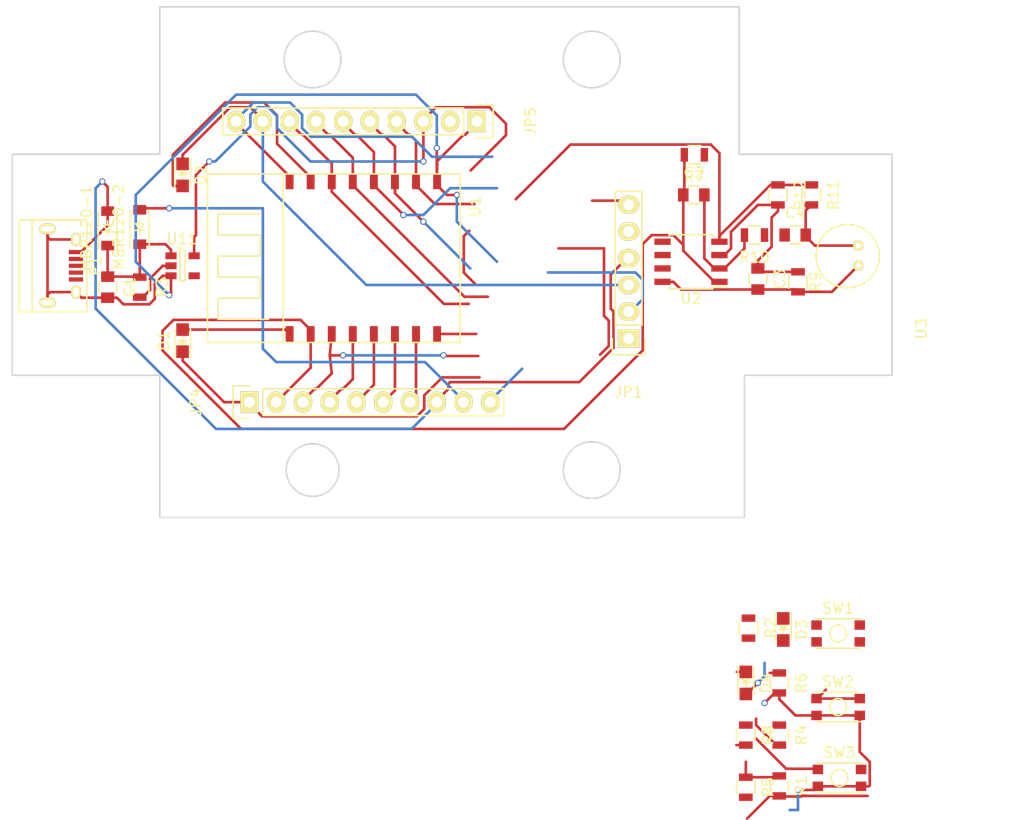
<source format=kicad_pcb>
(kicad_pcb (version 4) (host pcbnew 4.0.2-4+6225~38~ubuntu15.10.1-stable)

  (general
    (links 84)
    (no_connects 84)
    (area 120.924999 44.924999 204.575001 93.575001)
    (thickness 1.6)
    (drawings 35)
    (tracks 360)
    (zones 0)
    (modules 33)
    (nets 36)
  )

  (page A4)
  (layers
    (0 F.Cu signal)
    (31 B.Cu signal)
    (32 B.Adhes user)
    (33 F.Adhes user)
    (34 B.Paste user)
    (35 F.Paste user)
    (36 B.SilkS user)
    (37 F.SilkS user)
    (38 B.Mask user)
    (39 F.Mask user)
    (40 Dwgs.User user)
    (41 Cmts.User user)
    (42 Eco1.User user)
    (43 Eco2.User user)
    (44 Edge.Cuts user)
    (45 Margin user)
    (46 B.CrtYd user)
    (47 F.CrtYd user)
    (48 B.Fab user)
    (49 F.Fab user)
  )

  (setup
    (last_trace_width 0.25)
    (trace_clearance 0.2)
    (zone_clearance 0.508)
    (zone_45_only no)
    (trace_min 0.2)
    (segment_width 0.2)
    (edge_width 0.15)
    (via_size 0.6)
    (via_drill 0.4)
    (via_min_size 0.4)
    (via_min_drill 0.3)
    (uvia_size 0.3)
    (uvia_drill 0.1)
    (uvias_allowed no)
    (uvia_min_size 0.2)
    (uvia_min_drill 0.1)
    (pcb_text_width 0.3)
    (pcb_text_size 1.5 1.5)
    (mod_edge_width 0.15)
    (mod_text_size 1 1)
    (mod_text_width 0.15)
    (pad_size 0.7 1.3)
    (pad_drill 0)
    (pad_to_mask_clearance 0.2)
    (aux_axis_origin 0 0)
    (visible_elements FFFFFF7F)
    (pcbplotparams
      (layerselection 0x00030_80000001)
      (usegerberextensions false)
      (excludeedgelayer true)
      (linewidth 0.100000)
      (plotframeref false)
      (viasonmask false)
      (mode 1)
      (useauxorigin false)
      (hpglpennumber 1)
      (hpglpenspeed 20)
      (hpglpendiameter 15)
      (hpglpenoverlay 2)
      (psnegative false)
      (psa4output false)
      (plotreference true)
      (plotvalue true)
      (plotinvisibletext false)
      (padsonsilk false)
      (subtractmaskfromsilk false)
      (outputformat 1)
      (mirror false)
      (drillshape 1)
      (scaleselection 1)
      (outputdirectory ""))
  )

  (net 0 "")
  (net 1 "Net-(C1-Pad1)")
  (net 2 GND)
  (net 3 ADC)
  (net 4 "Net-(C2-Pad2)")
  (net 5 "Net-(C3-Pad1)")
  (net 6 "Net-(C4-Pad1)")
  (net 7 "Net-(C4-Pad2)")
  (net 8 RESET)
  (net 9 RESET_5V)
  (net 10 RXD)
  (net 11 +3V3)
  (net 12 "Net-(D3-Pad1)")
  (net 13 "Net-(D4-Pad1)")
  (net 14 "Net-(JP1-Pad1)")
  (net 15 TXD)
  (net 16 "Net-(JP1-Pad5)")
  (net 17 CH_PD)
  (net 18 GPIO16)
  (net 19 GPIO14)
  (net 20 GPIO12)
  (net 21 GPIO13)
  (net 22 +BATT)
  (net 23 LD0_EN)
  (net 24 GPIO15)
  (net 25 GPIO2)
  (net 26 GPIO0)
  (net 27 GPIO4)
  (net 28 GPIO5)
  (net 29 "Net-(U11-Pad4)")
  (net 30 +5V)
  (net 31 "Net-(P1-Pad2)")
  (net 32 "Net-(P1-Pad3)")
  (net 33 "Net-(P1-Pad4)")
  (net 34 RXD_5V)
  (net 35 "Net-(R3-Pad2)")

  (net_class Default "This is the default net class."
    (clearance 0.2)
    (trace_width 0.25)
    (via_dia 0.6)
    (via_drill 0.4)
    (uvia_dia 0.3)
    (uvia_drill 0.1)
    (add_net +3V3)
    (add_net +5V)
    (add_net +BATT)
    (add_net ADC)
    (add_net CH_PD)
    (add_net GND)
    (add_net GPIO0)
    (add_net GPIO12)
    (add_net GPIO13)
    (add_net GPIO14)
    (add_net GPIO15)
    (add_net GPIO16)
    (add_net GPIO2)
    (add_net GPIO4)
    (add_net GPIO5)
    (add_net LD0_EN)
    (add_net "Net-(C1-Pad1)")
    (add_net "Net-(C2-Pad2)")
    (add_net "Net-(C3-Pad1)")
    (add_net "Net-(C4-Pad1)")
    (add_net "Net-(C4-Pad2)")
    (add_net "Net-(D3-Pad1)")
    (add_net "Net-(D4-Pad1)")
    (add_net "Net-(JP1-Pad1)")
    (add_net "Net-(JP1-Pad5)")
    (add_net "Net-(P1-Pad2)")
    (add_net "Net-(P1-Pad3)")
    (add_net "Net-(P1-Pad4)")
    (add_net "Net-(R3-Pad2)")
    (add_net "Net-(U11-Pad4)")
    (add_net RESET)
    (add_net RESET_5V)
    (add_net RXD)
    (add_net RXD_5V)
    (add_net TXD)
  )

  (module Resistors_SMD:R_0805 (layer F.Cu) (tedit 5415CDEB) (tstamp 56DB05F1)
    (at 193.802 114.173 270)
    (descr "Resistor SMD 0805, reflow soldering, Vishay (see dcrcw.pdf)")
    (tags "resistor 0805")
    (path /56D78BC1)
    (attr smd)
    (fp_text reference R4 (at 0 -2.1 270) (layer F.SilkS)
      (effects (font (size 1 1) (thickness 0.15)))
    )
    (fp_text value 10K (at 0 2.1 270) (layer F.Fab)
      (effects (font (size 1 1) (thickness 0.15)))
    )
    (fp_line (start -1.6 -1) (end 1.6 -1) (layer F.CrtYd) (width 0.05))
    (fp_line (start -1.6 1) (end 1.6 1) (layer F.CrtYd) (width 0.05))
    (fp_line (start -1.6 -1) (end -1.6 1) (layer F.CrtYd) (width 0.05))
    (fp_line (start 1.6 -1) (end 1.6 1) (layer F.CrtYd) (width 0.05))
    (fp_line (start 0.6 0.875) (end -0.6 0.875) (layer F.SilkS) (width 0.15))
    (fp_line (start -0.6 -0.875) (end 0.6 -0.875) (layer F.SilkS) (width 0.15))
    (pad 1 smd rect (at -0.95 0 270) (size 0.7 1.3) (layers F.Cu F.Paste F.Mask)
      (net 11 +3V3))
    (pad 2 smd rect (at 0.95 0 270) (size 0.7 1.3) (layers F.Cu F.Paste F.Mask)
      (net 25 GPIO2))
    (model Resistors_SMD.3dshapes/R_0805.wrl
      (at (xyz 0 0 0))
      (scale (xyz 1 1 1))
      (rotate (xyz 0 0 0))
    )
  )

  (module Resistors_SMD:R_0805 (layer F.Cu) (tedit 5415CDEB) (tstamp 56DB0621)
    (at 190.627 114.173 270)
    (descr "Resistor SMD 0805, reflow soldering, Vishay (see dcrcw.pdf)")
    (tags "resistor 0805")
    (path /56D7CEE0)
    (attr smd)
    (fp_text reference R8 (at 0 -2.1 270) (layer F.SilkS)
      (effects (font (size 1 1) (thickness 0.15)))
    )
    (fp_text value 1K (at 0 2.1 270) (layer F.Fab)
      (effects (font (size 1 1) (thickness 0.15)))
    )
    (fp_line (start -1.6 -1) (end 1.6 -1) (layer F.CrtYd) (width 0.05))
    (fp_line (start -1.6 1) (end 1.6 1) (layer F.CrtYd) (width 0.05))
    (fp_line (start -1.6 -1) (end -1.6 1) (layer F.CrtYd) (width 0.05))
    (fp_line (start 1.6 -1) (end 1.6 1) (layer F.CrtYd) (width 0.05))
    (fp_line (start 0.6 0.875) (end -0.6 0.875) (layer F.SilkS) (width 0.15))
    (fp_line (start -0.6 -0.875) (end 0.6 -0.875) (layer F.SilkS) (width 0.15))
    (pad 1 smd rect (at -0.95 0 270) (size 0.7 1.3) (layers F.Cu F.Paste F.Mask)
      (net 13 "Net-(D4-Pad1)"))
    (pad 2 smd rect (at 0.95 0 270) (size 0.7 1.3) (layers F.Cu F.Paste F.Mask)
      (net 28 GPIO5))
    (model Resistors_SMD.3dshapes/R_0805.wrl
      (at (xyz 0 0 0))
      (scale (xyz 1 1 1))
      (rotate (xyz 0 0 0))
    )
  )

  (module Buttons_Switches_SMD:SW_SPST_KMR2 (layer F.Cu) (tedit 55D1110A) (tstamp 56DE3048)
    (at 199.39 104.521)
    (descr "CK components KMR2 tactile switch http://www.ck-components.com/kmr-2/tactile,10572,en.html")
    (tags "tactile switch kmr2")
    (path /56D79A9D)
    (attr smd)
    (fp_text reference SW1 (at 0 -2.4) (layer F.SilkS)
      (effects (font (size 1 1) (thickness 0.15)))
    )
    (fp_text value SW_PUSH (at -0.635 2.794) (layer F.Fab)
      (effects (font (size 1 1) (thickness 0.15)))
    )
    (fp_line (start -2.6 -1.9) (end 2.6 -1.9) (layer F.CrtYd) (width 0.05))
    (fp_line (start 2.6 -1.9) (end 2.6 1.9) (layer F.CrtYd) (width 0.05))
    (fp_line (start 2.6 1.9) (end -2.6 1.9) (layer F.CrtYd) (width 0.05))
    (fp_line (start -2.6 1.9) (end -2.6 -1.9) (layer F.CrtYd) (width 0.05))
    (fp_circle (center 0 0) (end 0 0.8) (layer F.SilkS) (width 0.15))
    (fp_line (start 2.1 -1.4) (end 2.1 1.4) (layer Cmts.User) (width 0.15))
    (fp_line (start -2.1 -1.4) (end -2.1 1.4) (layer Cmts.User) (width 0.15))
    (fp_line (start -2.1 1.4) (end 2.1 1.4) (layer F.SilkS) (width 0.15))
    (fp_line (start 2.1 -1.4) (end -2.1 -1.4) (layer F.SilkS) (width 0.15))
    (pad 1 smd rect (at -2.05 -0.8 90) (size 0.9 1) (layers F.Cu F.Paste F.Mask)
      (net 26 GPIO0))
    (pad 2 smd rect (at -2.05 0.8 90) (size 0.9 1) (layers F.Cu F.Paste F.Mask)
      (net 2 GND))
    (pad 1 smd rect (at 2.05 -0.8 90) (size 0.9 1) (layers F.Cu F.Paste F.Mask)
      (net 26 GPIO0))
    (pad 2 smd rect (at 2.05 0.8 90) (size 0.9 1) (layers F.Cu F.Paste F.Mask)
      (net 2 GND))
  )

  (module Buttons_Switches_SMD:SW_SPST_KMR2 (layer F.Cu) (tedit 55D1110A) (tstamp 56DE306A)
    (at 199.517 118.237)
    (descr "CK components KMR2 tactile switch http://www.ck-components.com/kmr-2/tactile,10572,en.html")
    (tags "tactile switch kmr2")
    (path /56D7CEE7)
    (attr smd)
    (fp_text reference SW3 (at 0 -2.4) (layer F.SilkS)
      (effects (font (size 1 1) (thickness 0.15)))
    )
    (fp_text value SW_PUSH (at 0 2.4) (layer F.Fab)
      (effects (font (size 1 1) (thickness 0.15)))
    )
    (fp_line (start -2.6 -1.9) (end 2.6 -1.9) (layer F.CrtYd) (width 0.05))
    (fp_line (start 2.6 -1.9) (end 2.6 1.9) (layer F.CrtYd) (width 0.05))
    (fp_line (start 2.6 1.9) (end -2.6 1.9) (layer F.CrtYd) (width 0.05))
    (fp_line (start -2.6 1.9) (end -2.6 -1.9) (layer F.CrtYd) (width 0.05))
    (fp_circle (center 0 0) (end 0 0.8) (layer F.SilkS) (width 0.15))
    (fp_line (start 2.1 -1.4) (end 2.1 1.4) (layer Cmts.User) (width 0.15))
    (fp_line (start -2.1 -1.4) (end -2.1 1.4) (layer Cmts.User) (width 0.15))
    (fp_line (start -2.1 1.4) (end 2.1 1.4) (layer F.SilkS) (width 0.15))
    (fp_line (start 2.1 -1.4) (end -2.1 -1.4) (layer F.SilkS) (width 0.15))
    (pad 1 smd rect (at -2.05 -0.8 90) (size 0.9 1) (layers F.Cu F.Paste F.Mask)
      (net 27 GPIO4))
    (pad 2 smd rect (at -2.05 0.8 90) (size 0.9 1) (layers F.Cu F.Paste F.Mask)
      (net 2 GND))
    (pad 1 smd rect (at 2.05 -0.8 90) (size 0.9 1) (layers F.Cu F.Paste F.Mask)
      (net 27 GPIO4))
    (pad 2 smd rect (at 2.05 0.8 90) (size 0.9 1) (layers F.Cu F.Paste F.Mask)
      (net 2 GND))
  )

  (module Pin_Headers:Pin_Header_Straight_1x06 (layer F.Cu) (tedit 0) (tstamp 56DB24B4)
    (at 179.5 76.5 180)
    (descr "Through hole pin header")
    (tags "pin header")
    (path /56C62737)
    (fp_text reference JP1 (at 0 -5.1 180) (layer F.SilkS)
      (effects (font (size 1 1) (thickness 0.15)))
    )
    (fp_text value CONN_01X06 (at 0 -3.1 180) (layer F.Fab)
      (effects (font (size 1 1) (thickness 0.15)))
    )
    (fp_line (start -1.75 -1.75) (end -1.75 14.45) (layer F.CrtYd) (width 0.05))
    (fp_line (start 1.75 -1.75) (end 1.75 14.45) (layer F.CrtYd) (width 0.05))
    (fp_line (start -1.75 -1.75) (end 1.75 -1.75) (layer F.CrtYd) (width 0.05))
    (fp_line (start -1.75 14.45) (end 1.75 14.45) (layer F.CrtYd) (width 0.05))
    (fp_line (start 1.27 1.27) (end 1.27 13.97) (layer F.SilkS) (width 0.15))
    (fp_line (start 1.27 13.97) (end -1.27 13.97) (layer F.SilkS) (width 0.15))
    (fp_line (start -1.27 13.97) (end -1.27 1.27) (layer F.SilkS) (width 0.15))
    (fp_line (start 1.55 -1.55) (end 1.55 0) (layer F.SilkS) (width 0.15))
    (fp_line (start 1.27 1.27) (end -1.27 1.27) (layer F.SilkS) (width 0.15))
    (fp_line (start -1.55 0) (end -1.55 -1.55) (layer F.SilkS) (width 0.15))
    (fp_line (start -1.55 -1.55) (end 1.55 -1.55) (layer F.SilkS) (width 0.15))
    (pad 1 thru_hole rect (at 0 0 180) (size 2.032 1.7272) (drill 1.016) (layers *.Cu *.Mask F.SilkS)
      (net 14 "Net-(JP1-Pad1)"))
    (pad 2 thru_hole oval (at 0 2.54 180) (size 2.032 1.7272) (drill 1.016) (layers *.Cu *.Mask F.SilkS)
      (net 15 TXD))
    (pad 3 thru_hole oval (at 0 5.08 180) (size 2.032 1.7272) (drill 1.016) (layers *.Cu *.Mask F.SilkS)
      (net 34 RXD_5V))
    (pad 4 thru_hole oval (at 0 7.62 180) (size 2.032 1.7272) (drill 1.016) (layers *.Cu *.Mask F.SilkS)
      (net 30 +5V))
    (pad 5 thru_hole oval (at 0 10.16 180) (size 2.032 1.7272) (drill 1.016) (layers *.Cu *.Mask F.SilkS)
      (net 16 "Net-(JP1-Pad5)"))
    (pad 6 thru_hole oval (at 0 12.7 180) (size 2.032 1.7272) (drill 1.016) (layers *.Cu *.Mask F.SilkS)
      (net 2 GND))
    (model Pin_Headers.3dshapes/Pin_Header_Straight_1x06.wrl
      (at (xyz 0 -0.25 0))
      (scale (xyz 1 1 1))
      (rotate (xyz 0 0 90))
    )
  )

  (module Housings_SOIC:SOIC-8_3.9x4.9mm_Pitch1.27mm (layer F.Cu) (tedit 56DF559A) (tstamp 56DE2CA3)
    (at 185.42 69.215 180)
    (descr "8-Lead Plastic Small Outline (SN) - Narrow, 3.90 mm Body [SOIC] (see Microchip Packaging Specification 00000049BS.pdf)")
    (tags "SOIC 1.27")
    (path /56C668CA)
    (attr smd)
    (fp_text reference U2 (at 0 -3.5 180) (layer F.SilkS)
      (effects (font (size 1 1) (thickness 0.15)))
    )
    (fp_text value OP275 (at 0 3.5 360) (layer F.Fab)
      (effects (font (size 1 1) (thickness 0.15)))
    )
    (fp_line (start -3.75 -2.75) (end -3.75 2.75) (layer F.CrtYd) (width 0.05))
    (fp_line (start 3.75 -2.75) (end 3.75 2.75) (layer F.CrtYd) (width 0.05))
    (fp_line (start -3.75 -2.75) (end 3.75 -2.75) (layer F.CrtYd) (width 0.05))
    (fp_line (start -3.75 2.75) (end 3.75 2.75) (layer F.CrtYd) (width 0.05))
    (fp_line (start -2.075 -2.575) (end -2.075 -2.43) (layer F.SilkS) (width 0.15))
    (fp_line (start 2.075 -2.575) (end 2.075 -2.43) (layer F.SilkS) (width 0.15))
    (fp_line (start 2.075 2.575) (end 2.075 2.43) (layer F.SilkS) (width 0.15))
    (fp_line (start -2.075 2.575) (end -2.075 2.43) (layer F.SilkS) (width 0.15))
    (fp_line (start -2.075 -2.575) (end 2.075 -2.575) (layer F.SilkS) (width 0.15))
    (fp_line (start -2.075 2.575) (end 2.075 2.575) (layer F.SilkS) (width 0.15))
    (fp_line (start -2.075 -2.43) (end -3.475 -2.43) (layer F.SilkS) (width 0.15))
    (pad 1 smd rect (at -2.7 -1.905 180) (size 1.55 0.6) (layers F.Cu F.Paste F.Mask)
      (net 3 ADC))
    (pad 2 smd rect (at -2.7 -0.635 180) (size 1.55 0.6) (layers F.Cu F.Paste F.Mask)
      (net 4 "Net-(C2-Pad2)"))
    (pad 3 smd rect (at -2.7 0.635 180) (size 1.55 0.6) (layers F.Cu F.Paste F.Mask)
      (net 5 "Net-(C3-Pad1)"))
    (pad 4 smd rect (at -2.7 1.905 180) (size 1.55 0.6) (layers F.Cu F.Paste F.Mask)
      (net 11 +3V3))
    (pad 5 smd rect (at 2.7 1.905 180) (size 1.55 0.6) (layers F.Cu F.Paste F.Mask))
    (pad 6 smd rect (at 2.7 0.635 180) (size 1.55 0.6) (layers F.Cu F.Paste F.Mask))
    (pad 7 smd rect (at 2.7 -0.635 180) (size 1.55 0.6) (layers F.Cu F.Paste F.Mask))
    (pad 8 smd rect (at 2.7 -1.905 180) (size 1.55 0.6) (layers F.Cu F.Paste F.Mask)
      (net 2 GND))
    (model Housings_SOIC.3dshapes/SOIC-8_3.9x4.9mm_Pitch1.27mm.wrl
      (at (xyz 0 0 0))
      (scale (xyz 1 1 1))
      (rotate (xyz 0 0 0))
    )
  )

  (module esp12e:Electret (layer F.Cu) (tedit 56DEF3D1) (tstamp 56DEF50B)
    (at 201.295 68.58 270)
    (path /56DABF04)
    (fp_text reference U3 (at 7 -6 270) (layer F.SilkS)
      (effects (font (size 1 1) (thickness 0.15)))
    )
    (fp_text value electret_microphone (at 7 -7 270) (layer F.Fab)
      (effects (font (size 1 1) (thickness 0.15)))
    )
    (fp_circle (center 0.1 1) (end 3.1 1) (layer F.SilkS) (width 0.15))
    (pad 2 thru_hole circle (at 1 0 270) (size 1 1) (drill 0.5) (layers *.Cu *.Mask F.SilkS)
      (net 2 GND))
    (pad 1 thru_hole circle (at -0.9 0 270) (size 1 1) (drill 0.5) (layers *.Cu *.Mask F.SilkS)
      (net 7 "Net-(C4-Pad2)"))
  )

  (module Resistors_SMD:R_0805 (layer F.Cu) (tedit 5415CDEB) (tstamp 56DB0651)
    (at 193.675 62.865 270)
    (descr "Resistor SMD 0805, reflow soldering, Vishay (see dcrcw.pdf)")
    (tags "resistor 0805")
    (path /56DAB83F)
    (attr smd)
    (fp_text reference R12 (at 0 -2.1 270) (layer F.SilkS)
      (effects (font (size 1 1) (thickness 0.15)))
    )
    (fp_text value 10K (at 0 2.1 270) (layer F.Fab)
      (effects (font (size 1 1) (thickness 0.15)))
    )
    (fp_line (start -1.6 -1) (end 1.6 -1) (layer F.CrtYd) (width 0.05))
    (fp_line (start -1.6 1) (end 1.6 1) (layer F.CrtYd) (width 0.05))
    (fp_line (start -1.6 -1) (end -1.6 1) (layer F.CrtYd) (width 0.05))
    (fp_line (start 1.6 -1) (end 1.6 1) (layer F.CrtYd) (width 0.05))
    (fp_line (start 0.6 0.875) (end -0.6 0.875) (layer F.SilkS) (width 0.15))
    (fp_line (start -0.6 -0.875) (end 0.6 -0.875) (layer F.SilkS) (width 0.15))
    (pad 1 smd rect (at -0.95 0 270) (size 0.7 1.3) (layers F.Cu F.Paste F.Mask)
      (net 11 +3V3))
    (pad 2 smd rect (at 0.95 0 270) (size 0.7 1.3) (layers F.Cu F.Paste F.Mask)
      (net 5 "Net-(C3-Pad1)"))
    (model Resistors_SMD.3dshapes/R_0805.wrl
      (at (xyz 0 0 0))
      (scale (xyz 1 1 1))
      (rotate (xyz 0 0 0))
    )
  )

  (module Connect:USB_Micro-B (layer F.Cu) (tedit 5543E447) (tstamp 56DF237C)
    (at 125.476 69.596 270)
    (descr "Micro USB Type B Receptacle")
    (tags "USB USB_B USB_micro USB_OTG")
    (path /56C75F6C)
    (attr smd)
    (fp_text reference P1 (at 0 -3.45 270) (layer F.SilkS)
      (effects (font (size 1 1) (thickness 0.15)))
    )
    (fp_text value USB_OTG (at 0 4.8 270) (layer F.Fab)
      (effects (font (size 1 1) (thickness 0.15)))
    )
    (fp_line (start -4.6 -2.8) (end 4.6 -2.8) (layer F.CrtYd) (width 0.05))
    (fp_line (start 4.6 -2.8) (end 4.6 4.05) (layer F.CrtYd) (width 0.05))
    (fp_line (start 4.6 4.05) (end -4.6 4.05) (layer F.CrtYd) (width 0.05))
    (fp_line (start -4.6 4.05) (end -4.6 -2.8) (layer F.CrtYd) (width 0.05))
    (fp_line (start -4.3509 3.81746) (end 4.3491 3.81746) (layer F.SilkS) (width 0.15))
    (fp_line (start -4.3509 -2.58754) (end 4.3491 -2.58754) (layer F.SilkS) (width 0.15))
    (fp_line (start 4.3491 -2.58754) (end 4.3491 3.81746) (layer F.SilkS) (width 0.15))
    (fp_line (start 4.3491 2.58746) (end -4.3509 2.58746) (layer F.SilkS) (width 0.15))
    (fp_line (start -4.3509 3.81746) (end -4.3509 -2.58754) (layer F.SilkS) (width 0.15))
    (pad 1 smd rect (at -1.3009 -1.56254) (size 1.35 0.4) (layers F.Cu F.Paste F.Mask)
      (net 30 +5V))
    (pad 2 smd rect (at -0.6509 -1.56254) (size 1.35 0.4) (layers F.Cu F.Paste F.Mask)
      (net 31 "Net-(P1-Pad2)"))
    (pad 3 smd rect (at -0.0009 -1.56254) (size 1.35 0.4) (layers F.Cu F.Paste F.Mask)
      (net 32 "Net-(P1-Pad3)"))
    (pad 4 smd rect (at 0.6491 -1.56254) (size 1.35 0.4) (layers F.Cu F.Paste F.Mask)
      (net 33 "Net-(P1-Pad4)"))
    (pad 5 smd rect (at 1.2991 -1.56254) (size 1.35 0.4) (layers F.Cu F.Paste F.Mask)
      (net 2 GND))
    (pad 6 thru_hole oval (at -2.5009 -1.56254) (size 0.95 1.25) (drill oval 0.55 0.85) (layers *.Cu *.Mask F.SilkS)
      (net 2 GND))
    (pad 6 thru_hole oval (at 2.4991 -1.56254) (size 0.95 1.25) (drill oval 0.55 0.85) (layers *.Cu *.Mask F.SilkS)
      (net 2 GND))
    (pad 6 thru_hole oval (at -3.5009 1.13746) (size 1.55 1) (drill oval 1.15 0.5) (layers *.Cu *.Mask F.SilkS)
      (net 2 GND))
    (pad 6 thru_hole oval (at 3.4991 1.13746) (size 1.55 1) (drill oval 1.15 0.5) (layers *.Cu *.Mask F.SilkS)
      (net 2 GND))
  )

  (module Capacitors_SMD:C_0805 (layer F.Cu) (tedit 5415D6EA) (tstamp 56DB040A)
    (at 130.048 71.628 270)
    (descr "Capacitor SMD 0805, reflow soldering, AVX (see smccp.pdf)")
    (tags "capacitor 0805")
    (path /56C6600B)
    (attr smd)
    (fp_text reference C1 (at 0 -2.1 270) (layer F.SilkS)
      (effects (font (size 1 1) (thickness 0.15)))
    )
    (fp_text value 1uf (at 0 2.1 270) (layer F.Fab)
      (effects (font (size 1 1) (thickness 0.15)))
    )
    (fp_line (start -1.8 -1) (end 1.8 -1) (layer F.CrtYd) (width 0.05))
    (fp_line (start -1.8 1) (end 1.8 1) (layer F.CrtYd) (width 0.05))
    (fp_line (start -1.8 -1) (end -1.8 1) (layer F.CrtYd) (width 0.05))
    (fp_line (start 1.8 -1) (end 1.8 1) (layer F.CrtYd) (width 0.05))
    (fp_line (start 0.5 -0.85) (end -0.5 -0.85) (layer F.SilkS) (width 0.15))
    (fp_line (start -0.5 0.85) (end 0.5 0.85) (layer F.SilkS) (width 0.15))
    (pad 1 smd rect (at -1 0 270) (size 1 1.25) (layers F.Cu F.Paste F.Mask)
      (net 1 "Net-(C1-Pad1)"))
    (pad 2 smd rect (at 1 0 270) (size 1 1.25) (layers F.Cu F.Paste F.Mask)
      (net 2 GND))
    (model Capacitors_SMD.3dshapes/C_0805.wrl
      (at (xyz 0 0 0))
      (scale (xyz 1 1 1))
      (rotate (xyz 0 0 0))
    )
  )

  (module Capacitors_SMD:C_0805 (layer F.Cu) (tedit 5415D6EA) (tstamp 56DB0416)
    (at 185.69 62.865)
    (descr "Capacitor SMD 0805, reflow soldering, AVX (see smccp.pdf)")
    (tags "capacitor 0805")
    (path /56C658E9)
    (attr smd)
    (fp_text reference C2 (at 0 -2.1) (layer F.SilkS)
      (effects (font (size 1 1) (thickness 0.15)))
    )
    (fp_text value 12pF (at 0 2.1) (layer F.Fab)
      (effects (font (size 1 1) (thickness 0.15)))
    )
    (fp_line (start -1.8 -1) (end 1.8 -1) (layer F.CrtYd) (width 0.05))
    (fp_line (start -1.8 1) (end 1.8 1) (layer F.CrtYd) (width 0.05))
    (fp_line (start -1.8 -1) (end -1.8 1) (layer F.CrtYd) (width 0.05))
    (fp_line (start 1.8 -1) (end 1.8 1) (layer F.CrtYd) (width 0.05))
    (fp_line (start 0.5 -0.85) (end -0.5 -0.85) (layer F.SilkS) (width 0.15))
    (fp_line (start -0.5 0.85) (end 0.5 0.85) (layer F.SilkS) (width 0.15))
    (pad 1 smd rect (at -1 0) (size 1 1.25) (layers F.Cu F.Paste F.Mask)
      (net 3 ADC))
    (pad 2 smd rect (at 1 0) (size 1 1.25) (layers F.Cu F.Paste F.Mask)
      (net 4 "Net-(C2-Pad2)"))
    (model Capacitors_SMD.3dshapes/C_0805.wrl
      (at (xyz 0 0 0))
      (scale (xyz 1 1 1))
      (rotate (xyz 0 0 0))
    )
  )

  (module Capacitors_SMD:C_0805 (layer F.Cu) (tedit 5415D6EA) (tstamp 56DB0422)
    (at 191.77 70.85 270)
    (descr "Capacitor SMD 0805, reflow soldering, AVX (see smccp.pdf)")
    (tags "capacitor 0805")
    (path /56C65752)
    (attr smd)
    (fp_text reference C3 (at 0 -2.1 270) (layer F.SilkS)
      (effects (font (size 1 1) (thickness 0.15)))
    )
    (fp_text value 10uF (at 0 2.1 270) (layer F.Fab)
      (effects (font (size 1 1) (thickness 0.15)))
    )
    (fp_line (start -1.8 -1) (end 1.8 -1) (layer F.CrtYd) (width 0.05))
    (fp_line (start -1.8 1) (end 1.8 1) (layer F.CrtYd) (width 0.05))
    (fp_line (start -1.8 -1) (end -1.8 1) (layer F.CrtYd) (width 0.05))
    (fp_line (start 1.8 -1) (end 1.8 1) (layer F.CrtYd) (width 0.05))
    (fp_line (start 0.5 -0.85) (end -0.5 -0.85) (layer F.SilkS) (width 0.15))
    (fp_line (start -0.5 0.85) (end 0.5 0.85) (layer F.SilkS) (width 0.15))
    (pad 1 smd rect (at -1 0 270) (size 1 1.25) (layers F.Cu F.Paste F.Mask)
      (net 5 "Net-(C3-Pad1)"))
    (pad 2 smd rect (at 1 0 270) (size 1 1.25) (layers F.Cu F.Paste F.Mask)
      (net 2 GND))
    (model Capacitors_SMD.3dshapes/C_0805.wrl
      (at (xyz 0 0 0))
      (scale (xyz 1 1 1))
      (rotate (xyz 0 0 0))
    )
  )

  (module Capacitors_SMD:C_0805 (layer F.Cu) (tedit 5415D6EA) (tstamp 56DB042E)
    (at 195.31 66.675)
    (descr "Capacitor SMD 0805, reflow soldering, AVX (see smccp.pdf)")
    (tags "capacitor 0805")
    (path /56C65A5B)
    (attr smd)
    (fp_text reference C4 (at 0 -2.1) (layer F.SilkS)
      (effects (font (size 1 1) (thickness 0.15)))
    )
    (fp_text value "4.7 uF" (at 0 2.1) (layer F.Fab)
      (effects (font (size 1 1) (thickness 0.15)))
    )
    (fp_line (start -1.8 -1) (end 1.8 -1) (layer F.CrtYd) (width 0.05))
    (fp_line (start -1.8 1) (end 1.8 1) (layer F.CrtYd) (width 0.05))
    (fp_line (start -1.8 -1) (end -1.8 1) (layer F.CrtYd) (width 0.05))
    (fp_line (start 1.8 -1) (end 1.8 1) (layer F.CrtYd) (width 0.05))
    (fp_line (start 0.5 -0.85) (end -0.5 -0.85) (layer F.SilkS) (width 0.15))
    (fp_line (start -0.5 0.85) (end 0.5 0.85) (layer F.SilkS) (width 0.15))
    (pad 1 smd rect (at -1 0) (size 1 1.25) (layers F.Cu F.Paste F.Mask)
      (net 6 "Net-(C4-Pad1)"))
    (pad 2 smd rect (at 1 0) (size 1 1.25) (layers F.Cu F.Paste F.Mask)
      (net 7 "Net-(C4-Pad2)"))
    (model Capacitors_SMD.3dshapes/C_0805.wrl
      (at (xyz 0 0 0))
      (scale (xyz 1 1 1))
      (rotate (xyz 0 0 0))
    )
  )

  (module LEDs:LED_0805 (layer F.Cu) (tedit 55BDE1C2) (tstamp 56DB0441)
    (at 137.16 76.708 90)
    (descr "LED 0805 smd package")
    (tags "LED 0805 SMD")
    (path /56C670E7)
    (attr smd)
    (fp_text reference D1 (at 0 -1.75 90) (layer F.SilkS)
      (effects (font (size 1 1) (thickness 0.15)))
    )
    (fp_text value D (at 0 1.75 90) (layer F.Fab)
      (effects (font (size 1 1) (thickness 0.15)))
    )
    (fp_line (start -1.6 0.75) (end 1.1 0.75) (layer F.SilkS) (width 0.15))
    (fp_line (start -1.6 -0.75) (end 1.1 -0.75) (layer F.SilkS) (width 0.15))
    (fp_line (start -0.1 0.15) (end -0.1 -0.1) (layer F.SilkS) (width 0.15))
    (fp_line (start -0.1 -0.1) (end -0.25 0.05) (layer F.SilkS) (width 0.15))
    (fp_line (start -0.35 -0.35) (end -0.35 0.35) (layer F.SilkS) (width 0.15))
    (fp_line (start 0 0) (end 0.35 0) (layer F.SilkS) (width 0.15))
    (fp_line (start -0.35 0) (end 0 -0.35) (layer F.SilkS) (width 0.15))
    (fp_line (start 0 -0.35) (end 0 0.35) (layer F.SilkS) (width 0.15))
    (fp_line (start 0 0.35) (end -0.35 0) (layer F.SilkS) (width 0.15))
    (fp_line (start 1.9 -0.95) (end 1.9 0.95) (layer F.CrtYd) (width 0.05))
    (fp_line (start 1.9 0.95) (end -1.9 0.95) (layer F.CrtYd) (width 0.05))
    (fp_line (start -1.9 0.95) (end -1.9 -0.95) (layer F.CrtYd) (width 0.05))
    (fp_line (start -1.9 -0.95) (end 1.9 -0.95) (layer F.CrtYd) (width 0.05))
    (pad 2 smd rect (at 1.04902 0 270) (size 1.19888 1.19888) (layers F.Cu F.Paste F.Mask)
      (net 8 RESET))
    (pad 1 smd rect (at -1.04902 0 270) (size 1.19888 1.19888) (layers F.Cu F.Paste F.Mask)
      (net 9 RESET_5V))
    (model LEDs.3dshapes/LED_0805.wrl
      (at (xyz 0 0 0))
      (scale (xyz 1 1 1))
      (rotate (xyz 0 0 0))
    )
  )

  (module LEDs:LED_0805 (layer F.Cu) (tedit 56DF3A12) (tstamp 56DB0467)
    (at 194.183 104.14 270)
    (descr "LED 0805 smd package")
    (tags "LED 0805 SMD")
    (path /56D7A6F8)
    (attr smd)
    (fp_text reference D3 (at 0 -1.75 450) (layer F.SilkS)
      (effects (font (size 1 1) (thickness 0.15)))
    )
    (fp_text value LED (at 0 1.75 270) (layer F.Fab)
      (effects (font (size 1 1) (thickness 0.15)))
    )
    (fp_line (start -1.6 0.75) (end 1.1 0.75) (layer F.SilkS) (width 0.15))
    (fp_line (start -1.6 -0.75) (end 1.1 -0.75) (layer F.SilkS) (width 0.15))
    (fp_line (start -0.1 0.15) (end -0.1 -0.1) (layer F.SilkS) (width 0.15))
    (fp_line (start -0.1 -0.1) (end -0.25 0.05) (layer F.SilkS) (width 0.15))
    (fp_line (start -0.35 -0.35) (end -0.35 0.35) (layer F.SilkS) (width 0.15))
    (fp_line (start 0 0) (end 0.35 0) (layer F.SilkS) (width 0.15))
    (fp_line (start -0.35 0) (end 0 -0.35) (layer F.SilkS) (width 0.15))
    (fp_line (start 0 -0.35) (end 0 0.35) (layer F.SilkS) (width 0.15))
    (fp_line (start 0 0.35) (end -0.35 0) (layer F.SilkS) (width 0.15))
    (fp_line (start 1.9 -0.95) (end 1.9 0.95) (layer F.CrtYd) (width 0.05))
    (fp_line (start 1.9 0.95) (end -1.9 0.95) (layer F.CrtYd) (width 0.05))
    (fp_line (start -1.9 0.95) (end -1.9 -0.95) (layer F.CrtYd) (width 0.05))
    (fp_line (start -1.9 -0.95) (end 1.9 -0.95) (layer F.CrtYd) (width 0.05))
    (pad 2 smd rect (at 1.04902 0 90) (size 1.19888 1.19888) (layers F.Cu F.Paste F.Mask)
      (net 11 +3V3))
    (pad 1 smd rect (at -1.04902 0 90) (size 1.19888 1.19888) (layers F.Cu F.Paste F.Mask)
      (net 12 "Net-(D3-Pad1)"))
    (model LEDs.3dshapes/LED_0805.wrl
      (at (xyz 0 0 0))
      (scale (xyz 1 1 1))
      (rotate (xyz 0 0 0))
    )
  )

  (module LEDs:LED_0805 (layer F.Cu) (tedit 56DF2C43) (tstamp 56DB047A)
    (at 190.627 109.22 270)
    (descr "LED 0805 smd package")
    (tags "LED 0805 SMD")
    (path /56D7CEF7)
    (attr smd)
    (fp_text reference D4 (at 0 -1.905 270) (layer F.SilkS)
      (effects (font (size 1 1) (thickness 0.15)))
    )
    (fp_text value LED (at 0 1.75 270) (layer F.Fab)
      (effects (font (size 1 1) (thickness 0.15)))
    )
    (fp_line (start -1.6 0.75) (end 1.1 0.75) (layer F.SilkS) (width 0.15))
    (fp_line (start -1.6 -0.75) (end 1.1 -0.75) (layer F.SilkS) (width 0.15))
    (fp_line (start -0.1 0.15) (end -0.1 -0.1) (layer F.SilkS) (width 0.15))
    (fp_line (start -0.1 -0.1) (end -0.25 0.05) (layer F.SilkS) (width 0.15))
    (fp_line (start -0.35 -0.35) (end -0.35 0.35) (layer F.SilkS) (width 0.15))
    (fp_line (start 0 0) (end 0.35 0) (layer F.SilkS) (width 0.15))
    (fp_line (start -0.35 0) (end 0 -0.35) (layer F.SilkS) (width 0.15))
    (fp_line (start 0 -0.35) (end 0 0.35) (layer F.SilkS) (width 0.15))
    (fp_line (start 0 0.35) (end -0.35 0) (layer F.SilkS) (width 0.15))
    (fp_line (start 1.9 -0.95) (end 1.9 0.95) (layer F.CrtYd) (width 0.05))
    (fp_line (start 1.9 0.95) (end -1.9 0.95) (layer F.CrtYd) (width 0.05))
    (fp_line (start -1.9 0.95) (end -1.9 -0.95) (layer F.CrtYd) (width 0.05))
    (fp_line (start -1.9 -0.95) (end 1.9 -0.95) (layer F.CrtYd) (width 0.05))
    (pad 2 smd rect (at 1.04902 0 90) (size 1.19888 1.19888) (layers F.Cu F.Paste F.Mask)
      (net 11 +3V3))
    (pad 1 smd rect (at -1.04902 0 90) (size 1.19888 1.19888) (layers F.Cu F.Paste F.Mask)
      (net 13 "Net-(D4-Pad1)"))
    (model LEDs.3dshapes/LED_0805.wrl
      (at (xyz 0 0 0))
      (scale (xyz 1 1 1))
      (rotate (xyz 0 0 0))
    )
  )

  (module Resistors_SMD:R_0805 (layer F.Cu) (tedit 5415CDEB) (tstamp 56DB05CD)
    (at 193.802 118.999 270)
    (descr "Resistor SMD 0805, reflow soldering, Vishay (see dcrcw.pdf)")
    (tags "resistor 0805")
    (path /56D78B0E)
    (attr smd)
    (fp_text reference R1 (at 0 -2.1 270) (layer F.SilkS)
      (effects (font (size 1 1) (thickness 0.15)))
    )
    (fp_text value 10K (at 0 2.1 270) (layer F.Fab)
      (effects (font (size 1 1) (thickness 0.15)))
    )
    (fp_line (start -1.6 -1) (end 1.6 -1) (layer F.CrtYd) (width 0.05))
    (fp_line (start -1.6 1) (end 1.6 1) (layer F.CrtYd) (width 0.05))
    (fp_line (start -1.6 -1) (end -1.6 1) (layer F.CrtYd) (width 0.05))
    (fp_line (start 1.6 -1) (end 1.6 1) (layer F.CrtYd) (width 0.05))
    (fp_line (start 0.6 0.875) (end -0.6 0.875) (layer F.SilkS) (width 0.15))
    (fp_line (start -0.6 -0.875) (end 0.6 -0.875) (layer F.SilkS) (width 0.15))
    (pad 1 smd rect (at -0.95 0 270) (size 0.7 1.3) (layers F.Cu F.Paste F.Mask)
      (net 11 +3V3))
    (pad 2 smd rect (at 0.95 0 270) (size 0.7 1.3) (layers F.Cu F.Paste F.Mask)
      (net 9 RESET_5V))
    (model Resistors_SMD.3dshapes/R_0805.wrl
      (at (xyz 0 0 0))
      (scale (xyz 1 1 1))
      (rotate (xyz 0 0 0))
    )
  )

  (module Resistors_SMD:R_0805 (layer F.Cu) (tedit 5415CDEB) (tstamp 56DB05D9)
    (at 190.881 104.013 270)
    (descr "Resistor SMD 0805, reflow soldering, Vishay (see dcrcw.pdf)")
    (tags "resistor 0805")
    (path /56D78AA3)
    (attr smd)
    (fp_text reference R2 (at 0 -2.1 270) (layer F.SilkS)
      (effects (font (size 1 1) (thickness 0.15)))
    )
    (fp_text value 1K (at 0 2.1 270) (layer F.Fab)
      (effects (font (size 1 1) (thickness 0.15)))
    )
    (fp_line (start -1.6 -1) (end 1.6 -1) (layer F.CrtYd) (width 0.05))
    (fp_line (start -1.6 1) (end 1.6 1) (layer F.CrtYd) (width 0.05))
    (fp_line (start -1.6 -1) (end -1.6 1) (layer F.CrtYd) (width 0.05))
    (fp_line (start 1.6 -1) (end 1.6 1) (layer F.CrtYd) (width 0.05))
    (fp_line (start 0.6 0.875) (end -0.6 0.875) (layer F.SilkS) (width 0.15))
    (fp_line (start -0.6 -0.875) (end 0.6 -0.875) (layer F.SilkS) (width 0.15))
    (pad 1 smd rect (at -0.95 0 270) (size 0.7 1.3) (layers F.Cu F.Paste F.Mask)
      (net 12 "Net-(D3-Pad1)"))
    (pad 2 smd rect (at 0.95 0 270) (size 0.7 1.3) (layers F.Cu F.Paste F.Mask)
      (net 26 GPIO0))
    (model Resistors_SMD.3dshapes/R_0805.wrl
      (at (xyz 0 0 0))
      (scale (xyz 1 1 1))
      (rotate (xyz 0 0 0))
    )
  )

  (module Resistors_SMD:R_0805 (layer F.Cu) (tedit 56DF3EF2) (tstamp 56DB05E5)
    (at 133.096 71.628 270)
    (descr "Resistor SMD 0805, reflow soldering, Vishay (see dcrcw.pdf)")
    (tags "resistor 0805")
    (path /56C65DB7)
    (attr smd)
    (fp_text reference R3 (at 0 -2.1 270) (layer F.SilkS)
      (effects (font (size 1 1) (thickness 0.15)))
    )
    (fp_text value 10K (at 0 2.1 450) (layer F.Fab)
      (effects (font (size 1 1) (thickness 0.15)))
    )
    (fp_line (start -1.6 -1) (end 1.6 -1) (layer F.CrtYd) (width 0.05))
    (fp_line (start -1.6 1) (end 1.6 1) (layer F.CrtYd) (width 0.05))
    (fp_line (start -1.6 -1) (end -1.6 1) (layer F.CrtYd) (width 0.05))
    (fp_line (start 1.6 -1) (end 1.6 1) (layer F.CrtYd) (width 0.05))
    (fp_line (start 0.6 0.875) (end -0.6 0.875) (layer F.SilkS) (width 0.15))
    (fp_line (start -0.6 -0.875) (end 0.6 -0.875) (layer F.SilkS) (width 0.15))
    (pad 1 smd rect (at -0.95 0 270) (size 0.7 1.3) (layers F.Cu F.Paste F.Mask)
      (net 1 "Net-(C1-Pad1)"))
    (pad 2 smd rect (at 0.95 0 270) (size 0.7 1.3) (layers F.Cu F.Paste F.Mask)
      (net 35 "Net-(R3-Pad2)"))
    (model Resistors_SMD.3dshapes/R_0805.wrl
      (at (xyz 0 0 0))
      (scale (xyz 1 1 1))
      (rotate (xyz 0 0 0))
    )
  )

  (module Resistors_SMD:R_0805 (layer F.Cu) (tedit 5415CDEB) (tstamp 56DB05FD)
    (at 190.627 119.126 270)
    (descr "Resistor SMD 0805, reflow soldering, Vishay (see dcrcw.pdf)")
    (tags "resistor 0805")
    (path /56D78C14)
    (attr smd)
    (fp_text reference R5 (at 0 -2.1 270) (layer F.SilkS)
      (effects (font (size 1 1) (thickness 0.15)))
    )
    (fp_text value 10K (at 0 2.1 270) (layer F.Fab)
      (effects (font (size 1 1) (thickness 0.15)))
    )
    (fp_line (start -1.6 -1) (end 1.6 -1) (layer F.CrtYd) (width 0.05))
    (fp_line (start -1.6 1) (end 1.6 1) (layer F.CrtYd) (width 0.05))
    (fp_line (start -1.6 -1) (end -1.6 1) (layer F.CrtYd) (width 0.05))
    (fp_line (start 1.6 -1) (end 1.6 1) (layer F.CrtYd) (width 0.05))
    (fp_line (start 0.6 0.875) (end -0.6 0.875) (layer F.SilkS) (width 0.15))
    (fp_line (start -0.6 -0.875) (end 0.6 -0.875) (layer F.SilkS) (width 0.15))
    (pad 1 smd rect (at -0.95 0 270) (size 0.7 1.3) (layers F.Cu F.Paste F.Mask)
      (net 11 +3V3))
    (pad 2 smd rect (at 0.95 0 270) (size 0.7 1.3) (layers F.Cu F.Paste F.Mask)
      (net 17 CH_PD))
    (model Resistors_SMD.3dshapes/R_0805.wrl
      (at (xyz 0 0 0))
      (scale (xyz 1 1 1))
      (rotate (xyz 0 0 0))
    )
  )

  (module Resistors_SMD:R_0805 (layer F.Cu) (tedit 5415CDEB) (tstamp 56DB0609)
    (at 193.802 109.22 270)
    (descr "Resistor SMD 0805, reflow soldering, Vishay (see dcrcw.pdf)")
    (tags "resistor 0805")
    (path /56D78C61)
    (attr smd)
    (fp_text reference R6 (at 0 -2.1 270) (layer F.SilkS)
      (effects (font (size 1 1) (thickness 0.15)))
    )
    (fp_text value 10K (at 0 2.1 270) (layer F.Fab)
      (effects (font (size 1 1) (thickness 0.15)))
    )
    (fp_line (start -1.6 -1) (end 1.6 -1) (layer F.CrtYd) (width 0.05))
    (fp_line (start -1.6 1) (end 1.6 1) (layer F.CrtYd) (width 0.05))
    (fp_line (start -1.6 -1) (end -1.6 1) (layer F.CrtYd) (width 0.05))
    (fp_line (start 1.6 -1) (end 1.6 1) (layer F.CrtYd) (width 0.05))
    (fp_line (start 0.6 0.875) (end -0.6 0.875) (layer F.SilkS) (width 0.15))
    (fp_line (start -0.6 -0.875) (end 0.6 -0.875) (layer F.SilkS) (width 0.15))
    (pad 1 smd rect (at -0.95 0 270) (size 0.7 1.3) (layers F.Cu F.Paste F.Mask)
      (net 24 GPIO15))
    (pad 2 smd rect (at 0.95 0 270) (size 0.7 1.3) (layers F.Cu F.Paste F.Mask)
      (net 2 GND))
    (model Resistors_SMD.3dshapes/R_0805.wrl
      (at (xyz 0 0 0))
      (scale (xyz 1 1 1))
      (rotate (xyz 0 0 0))
    )
  )

  (module Resistors_SMD:R_0805 (layer F.Cu) (tedit 5415CDEB) (tstamp 56DB0615)
    (at 185.74 59.055 180)
    (descr "Resistor SMD 0805, reflow soldering, Vishay (see dcrcw.pdf)")
    (tags "resistor 0805")
    (path /56C65B57)
    (attr smd)
    (fp_text reference R7 (at 0 -2.1 180) (layer F.SilkS)
      (effects (font (size 1 1) (thickness 0.15)))
    )
    (fp_text value 1M (at 0 2.1 180) (layer F.Fab)
      (effects (font (size 1 1) (thickness 0.15)))
    )
    (fp_line (start -1.6 -1) (end 1.6 -1) (layer F.CrtYd) (width 0.05))
    (fp_line (start -1.6 1) (end 1.6 1) (layer F.CrtYd) (width 0.05))
    (fp_line (start -1.6 -1) (end -1.6 1) (layer F.CrtYd) (width 0.05))
    (fp_line (start 1.6 -1) (end 1.6 1) (layer F.CrtYd) (width 0.05))
    (fp_line (start 0.6 0.875) (end -0.6 0.875) (layer F.SilkS) (width 0.15))
    (fp_line (start -0.6 -0.875) (end 0.6 -0.875) (layer F.SilkS) (width 0.15))
    (pad 1 smd rect (at -0.95 0 180) (size 0.7 1.3) (layers F.Cu F.Paste F.Mask)
      (net 4 "Net-(C2-Pad2)"))
    (pad 2 smd rect (at 0.95 0 180) (size 0.7 1.3) (layers F.Cu F.Paste F.Mask)
      (net 3 ADC))
    (model Resistors_SMD.3dshapes/R_0805.wrl
      (at (xyz 0 0 0))
      (scale (xyz 1 1 1))
      (rotate (xyz 0 0 0))
    )
  )

  (module Resistors_SMD:R_0805 (layer F.Cu) (tedit 5415CDEB) (tstamp 56DB062D)
    (at 195.58 71.12 270)
    (descr "Resistor SMD 0805, reflow soldering, Vishay (see dcrcw.pdf)")
    (tags "resistor 0805")
    (path /56C65C10)
    (attr smd)
    (fp_text reference R9 (at 0 -1.651 270) (layer F.SilkS)
      (effects (font (size 1 1) (thickness 0.15)))
    )
    (fp_text value 10k (at 0 2.1 270) (layer F.Fab)
      (effects (font (size 1 1) (thickness 0.15)))
    )
    (fp_line (start -1.6 -1) (end 1.6 -1) (layer F.CrtYd) (width 0.05))
    (fp_line (start -1.6 1) (end 1.6 1) (layer F.CrtYd) (width 0.05))
    (fp_line (start -1.6 -1) (end -1.6 1) (layer F.CrtYd) (width 0.05))
    (fp_line (start 1.6 -1) (end 1.6 1) (layer F.CrtYd) (width 0.05))
    (fp_line (start 0.6 0.875) (end -0.6 0.875) (layer F.SilkS) (width 0.15))
    (fp_line (start -0.6 -0.875) (end 0.6 -0.875) (layer F.SilkS) (width 0.15))
    (pad 1 smd rect (at -0.95 0 270) (size 0.7 1.3) (layers F.Cu F.Paste F.Mask)
      (net 5 "Net-(C3-Pad1)"))
    (pad 2 smd rect (at 0.95 0 270) (size 0.7 1.3) (layers F.Cu F.Paste F.Mask)
      (net 2 GND))
    (model Resistors_SMD.3dshapes/R_0805.wrl
      (at (xyz 0 0 0))
      (scale (xyz 1 1 1))
      (rotate (xyz 0 0 0))
    )
  )

  (module Resistors_SMD:R_0805 (layer F.Cu) (tedit 5415CDEB) (tstamp 56DB0639)
    (at 191.45 66.675 180)
    (descr "Resistor SMD 0805, reflow soldering, Vishay (see dcrcw.pdf)")
    (tags "resistor 0805")
    (path /56C65CCA)
    (attr smd)
    (fp_text reference R10 (at 0 -2.1 180) (layer F.SilkS)
      (effects (font (size 1 1) (thickness 0.15)))
    )
    (fp_text value 10K (at 0 2.1 180) (layer F.Fab)
      (effects (font (size 1 1) (thickness 0.15)))
    )
    (fp_line (start -1.6 -1) (end 1.6 -1) (layer F.CrtYd) (width 0.05))
    (fp_line (start -1.6 1) (end 1.6 1) (layer F.CrtYd) (width 0.05))
    (fp_line (start -1.6 -1) (end -1.6 1) (layer F.CrtYd) (width 0.05))
    (fp_line (start 1.6 -1) (end 1.6 1) (layer F.CrtYd) (width 0.05))
    (fp_line (start 0.6 0.875) (end -0.6 0.875) (layer F.SilkS) (width 0.15))
    (fp_line (start -0.6 -0.875) (end 0.6 -0.875) (layer F.SilkS) (width 0.15))
    (pad 1 smd rect (at -0.95 0 180) (size 0.7 1.3) (layers F.Cu F.Paste F.Mask)
      (net 6 "Net-(C4-Pad1)"))
    (pad 2 smd rect (at 0.95 0 180) (size 0.7 1.3) (layers F.Cu F.Paste F.Mask)
      (net 4 "Net-(C2-Pad2)"))
    (model Resistors_SMD.3dshapes/R_0805.wrl
      (at (xyz 0 0 0))
      (scale (xyz 1 1 1))
      (rotate (xyz 0 0 0))
    )
  )

  (module Resistors_SMD:R_0805 (layer F.Cu) (tedit 5415CDEB) (tstamp 56DB0645)
    (at 196.85 62.865 270)
    (descr "Resistor SMD 0805, reflow soldering, Vishay (see dcrcw.pdf)")
    (tags "resistor 0805")
    (path /56DABC16)
    (attr smd)
    (fp_text reference R11 (at 0 -2.1 270) (layer F.SilkS)
      (effects (font (size 1 1) (thickness 0.15)))
    )
    (fp_text value 2.2K (at 0 2.1 270) (layer F.Fab)
      (effects (font (size 1 1) (thickness 0.15)))
    )
    (fp_line (start -1.6 -1) (end 1.6 -1) (layer F.CrtYd) (width 0.05))
    (fp_line (start -1.6 1) (end 1.6 1) (layer F.CrtYd) (width 0.05))
    (fp_line (start -1.6 -1) (end -1.6 1) (layer F.CrtYd) (width 0.05))
    (fp_line (start 1.6 -1) (end 1.6 1) (layer F.CrtYd) (width 0.05))
    (fp_line (start 0.6 0.875) (end -0.6 0.875) (layer F.SilkS) (width 0.15))
    (fp_line (start -0.6 -0.875) (end 0.6 -0.875) (layer F.SilkS) (width 0.15))
    (pad 1 smd rect (at -0.95 0 270) (size 0.7 1.3) (layers F.Cu F.Paste F.Mask)
      (net 11 +3V3))
    (pad 2 smd rect (at 0.95 0 270) (size 0.7 1.3) (layers F.Cu F.Paste F.Mask)
      (net 7 "Net-(C4-Pad2)"))
    (model Resistors_SMD.3dshapes/R_0805.wrl
      (at (xyz 0 0 0))
      (scale (xyz 1 1 1))
      (rotate (xyz 0 0 0))
    )
  )

  (module Pin_Headers:Pin_Header_Straight_1x10 (layer F.Cu) (tedit 0) (tstamp 56DB24CD)
    (at 143.51 82.55 90)
    (descr "Through hole pin header")
    (tags "pin header")
    (path /56C6288D)
    (fp_text reference JP4 (at 0 -5.1 90) (layer F.SilkS)
      (effects (font (size 1 1) (thickness 0.15)))
    )
    (fp_text value CONN_01X10 (at 0 -3.1 90) (layer F.Fab)
      (effects (font (size 1 1) (thickness 0.15)))
    )
    (fp_line (start -1.75 -1.75) (end -1.75 24.65) (layer F.CrtYd) (width 0.05))
    (fp_line (start 1.75 -1.75) (end 1.75 24.65) (layer F.CrtYd) (width 0.05))
    (fp_line (start -1.75 -1.75) (end 1.75 -1.75) (layer F.CrtYd) (width 0.05))
    (fp_line (start -1.75 24.65) (end 1.75 24.65) (layer F.CrtYd) (width 0.05))
    (fp_line (start 1.27 1.27) (end 1.27 24.13) (layer F.SilkS) (width 0.15))
    (fp_line (start 1.27 24.13) (end -1.27 24.13) (layer F.SilkS) (width 0.15))
    (fp_line (start -1.27 24.13) (end -1.27 1.27) (layer F.SilkS) (width 0.15))
    (fp_line (start 1.55 -1.55) (end 1.55 0) (layer F.SilkS) (width 0.15))
    (fp_line (start 1.27 1.27) (end -1.27 1.27) (layer F.SilkS) (width 0.15))
    (fp_line (start -1.55 0) (end -1.55 -1.55) (layer F.SilkS) (width 0.15))
    (fp_line (start -1.55 -1.55) (end 1.55 -1.55) (layer F.SilkS) (width 0.15))
    (pad 1 thru_hole rect (at 0 0 90) (size 2.032 1.7272) (drill 1.016) (layers *.Cu *.Mask F.SilkS)
      (net 9 RESET_5V))
    (pad 2 thru_hole oval (at 0 2.54 90) (size 2.032 1.7272) (drill 1.016) (layers *.Cu *.Mask F.SilkS)
      (net 3 ADC))
    (pad 3 thru_hole oval (at 0 5.08 90) (size 2.032 1.7272) (drill 1.016) (layers *.Cu *.Mask F.SilkS)
      (net 17 CH_PD))
    (pad 4 thru_hole oval (at 0 7.62 90) (size 2.032 1.7272) (drill 1.016) (layers *.Cu *.Mask F.SilkS)
      (net 18 GPIO16))
    (pad 5 thru_hole oval (at 0 10.16 90) (size 2.032 1.7272) (drill 1.016) (layers *.Cu *.Mask F.SilkS)
      (net 19 GPIO14))
    (pad 6 thru_hole oval (at 0 12.7 90) (size 2.032 1.7272) (drill 1.016) (layers *.Cu *.Mask F.SilkS)
      (net 20 GPIO12))
    (pad 7 thru_hole oval (at 0 15.24 90) (size 2.032 1.7272) (drill 1.016) (layers *.Cu *.Mask F.SilkS)
      (net 21 GPIO13))
    (pad 8 thru_hole oval (at 0 17.78 90) (size 2.032 1.7272) (drill 1.016) (layers *.Cu *.Mask F.SilkS)
      (net 30 +5V))
    (pad 9 thru_hole oval (at 0 20.32 90) (size 2.032 1.7272) (drill 1.016) (layers *.Cu *.Mask F.SilkS)
      (net 22 +BATT))
    (pad 10 thru_hole oval (at 0 22.86 90) (size 2.032 1.7272) (drill 1.016) (layers *.Cu *.Mask F.SilkS)
      (net 2 GND))
    (model Pin_Headers.3dshapes/Pin_Header_Straight_1x10.wrl
      (at (xyz 0 -0.45 0))
      (scale (xyz 1 1 1))
      (rotate (xyz 0 0 90))
    )
  )

  (module Pin_Headers:Pin_Header_Straight_1x10 (layer F.Cu) (tedit 0) (tstamp 56DB24E6)
    (at 165.1 55.88 270)
    (descr "Through hole pin header")
    (tags "pin header")
    (path /56C628CA)
    (fp_text reference JP5 (at 0 -5.1 270) (layer F.SilkS)
      (effects (font (size 1 1) (thickness 0.15)))
    )
    (fp_text value CONN_01X10 (at 0 -3.1 270) (layer F.Fab)
      (effects (font (size 1 1) (thickness 0.15)))
    )
    (fp_line (start -1.75 -1.75) (end -1.75 24.65) (layer F.CrtYd) (width 0.05))
    (fp_line (start 1.75 -1.75) (end 1.75 24.65) (layer F.CrtYd) (width 0.05))
    (fp_line (start -1.75 -1.75) (end 1.75 -1.75) (layer F.CrtYd) (width 0.05))
    (fp_line (start -1.75 24.65) (end 1.75 24.65) (layer F.CrtYd) (width 0.05))
    (fp_line (start 1.27 1.27) (end 1.27 24.13) (layer F.SilkS) (width 0.15))
    (fp_line (start 1.27 24.13) (end -1.27 24.13) (layer F.SilkS) (width 0.15))
    (fp_line (start -1.27 24.13) (end -1.27 1.27) (layer F.SilkS) (width 0.15))
    (fp_line (start 1.55 -1.55) (end 1.55 0) (layer F.SilkS) (width 0.15))
    (fp_line (start 1.27 1.27) (end -1.27 1.27) (layer F.SilkS) (width 0.15))
    (fp_line (start -1.55 0) (end -1.55 -1.55) (layer F.SilkS) (width 0.15))
    (fp_line (start -1.55 -1.55) (end 1.55 -1.55) (layer F.SilkS) (width 0.15))
    (pad 1 thru_hole rect (at 0 0 270) (size 2.032 1.7272) (drill 1.016) (layers *.Cu *.Mask F.SilkS)
      (net 2 GND))
    (pad 2 thru_hole oval (at 0 2.54 270) (size 2.032 1.7272) (drill 1.016) (layers *.Cu *.Mask F.SilkS)
      (net 23 LD0_EN))
    (pad 3 thru_hole oval (at 0 5.08 270) (size 2.032 1.7272) (drill 1.016) (layers *.Cu *.Mask F.SilkS)
      (net 11 +3V3))
    (pad 4 thru_hole oval (at 0 7.62 270) (size 2.032 1.7272) (drill 1.016) (layers *.Cu *.Mask F.SilkS)
      (net 24 GPIO15))
    (pad 5 thru_hole oval (at 0 10.16 270) (size 2.032 1.7272) (drill 1.016) (layers *.Cu *.Mask F.SilkS)
      (net 25 GPIO2))
    (pad 6 thru_hole oval (at 0 12.7 270) (size 2.032 1.7272) (drill 1.016) (layers *.Cu *.Mask F.SilkS)
      (net 26 GPIO0))
    (pad 7 thru_hole oval (at 0 15.24 270) (size 2.032 1.7272) (drill 1.016) (layers *.Cu *.Mask F.SilkS)
      (net 27 GPIO4))
    (pad 8 thru_hole oval (at 0 17.78 270) (size 2.032 1.7272) (drill 1.016) (layers *.Cu *.Mask F.SilkS)
      (net 28 GPIO5))
    (pad 9 thru_hole oval (at 0 20.32 270) (size 2.032 1.7272) (drill 1.016) (layers *.Cu *.Mask F.SilkS)
      (net 34 RXD_5V))
    (pad 10 thru_hole oval (at 0 22.86 270) (size 2.032 1.7272) (drill 1.016) (layers *.Cu *.Mask F.SilkS)
      (net 15 TXD))
    (model Pin_Headers.3dshapes/Pin_Header_Straight_1x10.wrl
      (at (xyz 0 -0.45 0))
      (scale (xyz 1 1 1))
      (rotate (xyz 0 0 90))
    )
  )

  (module Diodes_SMD:SOD-123 (layer F.Cu) (tedit 56DEFD6A) (tstamp 56DE2C50)
    (at 130.048 66.04 90)
    (descr SOD-123)
    (tags SOD-123)
    (path /56C660C8)
    (attr smd)
    (fp_text reference MBR120-1 (at 0 -2 90) (layer F.SilkS)
      (effects (font (size 1 1) (thickness 0.15)))
    )
    (fp_text value ZENER (at 0 2.1 360) (layer F.Fab)
      (effects (font (size 1 1) (thickness 0.15)))
    )
    (fp_line (start 0.3175 0) (end 0.6985 0) (layer F.SilkS) (width 0.15))
    (fp_line (start -0.6985 0) (end -0.3175 0) (layer F.SilkS) (width 0.15))
    (fp_line (start -0.3175 0) (end 0.3175 -0.381) (layer F.SilkS) (width 0.15))
    (fp_line (start 0.3175 -0.381) (end 0.3175 0.381) (layer F.SilkS) (width 0.15))
    (fp_line (start 0.3175 0.381) (end -0.3175 0) (layer F.SilkS) (width 0.15))
    (fp_line (start -0.3175 -0.508) (end -0.3175 0.508) (layer F.SilkS) (width 0.15))
    (fp_line (start -2.25 -1.05) (end 2.25 -1.05) (layer F.CrtYd) (width 0.05))
    (fp_line (start 2.25 -1.05) (end 2.25 1.05) (layer F.CrtYd) (width 0.05))
    (fp_line (start 2.25 1.05) (end -2.25 1.05) (layer F.CrtYd) (width 0.05))
    (fp_line (start -2.25 -1.05) (end -2.25 1.05) (layer F.CrtYd) (width 0.05))
    (fp_line (start -2 0.9) (end 1.54 0.9) (layer F.SilkS) (width 0.15))
    (fp_line (start -2 -0.9) (end 1.54 -0.9) (layer F.SilkS) (width 0.15))
    (pad 1 smd rect (at -1.635 0 90) (size 0.91 1.22) (layers F.Cu F.Paste F.Mask)
      (net 1 "Net-(C1-Pad1)"))
    (pad 2 smd rect (at 1.635 0 90) (size 0.91 1.22) (layers F.Cu F.Paste F.Mask)
      (net 30 +5V))
  )

  (module Diodes_SMD:SOD-123 (layer F.Cu) (tedit 56DF298C) (tstamp 56DE2C62)
    (at 133.096 65.913 90)
    (descr SOD-123)
    (tags SOD-123)
    (path /56C66052)
    (attr smd)
    (fp_text reference MBR120-2 (at 0 -2 90) (layer F.SilkS)
      (effects (font (size 1 1) (thickness 0.15)))
    )
    (fp_text value ZENER (at 0 2.1 90) (layer F.Fab)
      (effects (font (size 1 1) (thickness 0.15)))
    )
    (fp_line (start 0.3175 0) (end 0.6985 0) (layer F.SilkS) (width 0.15))
    (fp_line (start -0.6985 0) (end -0.3175 0) (layer F.SilkS) (width 0.15))
    (fp_line (start -0.3175 0) (end 0.3175 -0.381) (layer F.SilkS) (width 0.15))
    (fp_line (start 0.3175 -0.381) (end 0.3175 0.381) (layer F.SilkS) (width 0.15))
    (fp_line (start 0.3175 0.381) (end -0.3175 0) (layer F.SilkS) (width 0.15))
    (fp_line (start -0.3175 -0.508) (end -0.3175 0.508) (layer F.SilkS) (width 0.15))
    (fp_line (start -2.25 -1.05) (end 2.25 -1.05) (layer F.CrtYd) (width 0.05))
    (fp_line (start 2.25 -1.05) (end 2.25 1.05) (layer F.CrtYd) (width 0.05))
    (fp_line (start 2.25 1.05) (end -2.25 1.05) (layer F.CrtYd) (width 0.05))
    (fp_line (start -2.25 -1.05) (end -2.25 1.05) (layer F.CrtYd) (width 0.05))
    (fp_line (start -2 0.9) (end 1.54 0.9) (layer F.SilkS) (width 0.15))
    (fp_line (start -2 -0.9) (end 1.54 -0.9) (layer F.SilkS) (width 0.15))
    (pad 1 smd rect (at -1.635 0 90) (size 0.91 1.22) (layers F.Cu F.Paste F.Mask)
      (net 1 "Net-(C1-Pad1)"))
    (pad 2 smd rect (at 1.635 0 90) (size 0.91 1.22) (layers F.Cu F.Paste F.Mask)
      (net 22 +BATT))
  )

  (module Buttons_Switches_SMD:SW_SPST_KMR2 (layer F.Cu) (tedit 55D1110A) (tstamp 56DE3059)
    (at 199.39 111.506)
    (descr "CK components KMR2 tactile switch http://www.ck-components.com/kmr-2/tactile,10572,en.html")
    (tags "tactile switch kmr2")
    (path /56D79729)
    (attr smd)
    (fp_text reference SW2 (at 0 -2.4) (layer F.SilkS)
      (effects (font (size 1 1) (thickness 0.15)))
    )
    (fp_text value SW_PUSH (at 0 2.4) (layer F.Fab)
      (effects (font (size 1 1) (thickness 0.15)))
    )
    (fp_line (start -2.6 -1.9) (end 2.6 -1.9) (layer F.CrtYd) (width 0.05))
    (fp_line (start 2.6 -1.9) (end 2.6 1.9) (layer F.CrtYd) (width 0.05))
    (fp_line (start 2.6 1.9) (end -2.6 1.9) (layer F.CrtYd) (width 0.05))
    (fp_line (start -2.6 1.9) (end -2.6 -1.9) (layer F.CrtYd) (width 0.05))
    (fp_circle (center 0 0) (end 0 0.8) (layer F.SilkS) (width 0.15))
    (fp_line (start 2.1 -1.4) (end 2.1 1.4) (layer Cmts.User) (width 0.15))
    (fp_line (start -2.1 -1.4) (end -2.1 1.4) (layer Cmts.User) (width 0.15))
    (fp_line (start -2.1 1.4) (end 2.1 1.4) (layer F.SilkS) (width 0.15))
    (fp_line (start 2.1 -1.4) (end -2.1 -1.4) (layer F.SilkS) (width 0.15))
    (pad 1 smd rect (at -2.05 -0.8 90) (size 0.9 1) (layers F.Cu F.Paste F.Mask)
      (net 9 RESET_5V))
    (pad 2 smd rect (at -2.05 0.8 90) (size 0.9 1) (layers F.Cu F.Paste F.Mask)
      (net 2 GND))
    (pad 1 smd rect (at 2.05 -0.8 90) (size 0.9 1) (layers F.Cu F.Paste F.Mask)
      (net 9 RESET_5V))
    (pad 2 smd rect (at 2.05 0.8 90) (size 0.9 1) (layers F.Cu F.Paste F.Mask)
      (net 2 GND))
  )

  (module TO_SOT_Packages_SMD:SOT-23-5 (layer F.Cu) (tedit 56DF3829) (tstamp 56DE3BE6)
    (at 137.16 69.596)
    (descr "5-pin SOT23 package")
    (tags SOT-23-5)
    (path /56C65BE9)
    (attr smd)
    (fp_text reference U11 (at -0.05 -2.55) (layer F.SilkS)
      (effects (font (size 1 1) (thickness 0.15)))
    )
    (fp_text value SPX3819 (at -0.05 2.35) (layer F.Fab)
      (effects (font (size 1 1) (thickness 0.15)))
    )
    (fp_line (start -1.8 -1.6) (end 1.8 -1.6) (layer F.CrtYd) (width 0.05))
    (fp_line (start 1.8 -1.6) (end 1.8 1.6) (layer F.CrtYd) (width 0.05))
    (fp_line (start 1.8 1.6) (end -1.8 1.6) (layer F.CrtYd) (width 0.05))
    (fp_line (start -1.8 1.6) (end -1.8 -1.6) (layer F.CrtYd) (width 0.05))
    (fp_circle (center -0.3 -1.7) (end -0.2 -1.7) (layer F.SilkS) (width 0.15))
    (fp_line (start 0.25 -1.45) (end -0.25 -1.45) (layer F.SilkS) (width 0.15))
    (fp_line (start 0.25 1.45) (end 0.25 -1.45) (layer F.SilkS) (width 0.15))
    (fp_line (start -0.25 1.45) (end 0.25 1.45) (layer F.SilkS) (width 0.15))
    (fp_line (start -0.25 -1.45) (end -0.25 1.45) (layer F.SilkS) (width 0.15))
    (pad 1 smd rect (at -1.1 -0.95) (size 1.06 0.65) (layers F.Cu F.Paste F.Mask)
      (net 1 "Net-(C1-Pad1)"))
    (pad 3 smd rect (at -1.1 0) (size 1.06 0.65) (layers F.Cu F.Paste F.Mask)
      (net 35 "Net-(R3-Pad2)"))
    (pad 2 smd rect (at -1.1 0.95) (size 1.06 0.65) (layers F.Cu F.Paste F.Mask)
      (net 2 GND))
    (pad 4 smd rect (at 1.1 0.95) (size 1.06 0.65) (layers F.Cu F.Paste F.Mask)
      (net 29 "Net-(U11-Pad4)"))
    (pad 5 smd rect (at 1.1 -0.95) (size 1.06 0.65) (layers F.Cu F.Paste F.Mask)
      (net 11 +3V3))
    (model TO_SOT_Packages_SMD.3dshapes/SOT-23-5.wrl
      (at (xyz 0 0 0))
      (scale (xyz 1 1 1))
      (rotate (xyz 0 0 0))
    )
  )

  (module esp12e:Esp12e (layer F.Cu) (tedit 56DF291F) (tstamp 56DE4172)
    (at 147.32 76.073 90)
    (path /56C613D6)
    (fp_text reference U1 (at 12.1 17.6 90) (layer F.SilkS)
      (effects (font (size 1 1) (thickness 0.15)))
    )
    (fp_text value esp12 (at 1.9 -8.9 90) (layer F.Fab)
      (effects (font (size 1 1) (thickness 0.15)))
    )
    (fp_line (start 11.4 -6.8) (end 11.4 -2.8) (layer F.SilkS) (width 0.15))
    (fp_line (start 1.4 -2) (end 1.4 -6.8) (layer F.SilkS) (width 0.15))
    (fp_line (start 1.4 -6.8) (end 3.4 -6.8) (layer F.SilkS) (width 0.15))
    (fp_line (start 3.4 -6.8) (end 3.4 -2.8) (layer F.SilkS) (width 0.15))
    (fp_line (start 3.4 -2.8) (end 5.4 -2.8) (layer F.SilkS) (width 0.15))
    (fp_line (start 5.4 -2.8) (end 5.4 -6.8) (layer F.SilkS) (width 0.15))
    (fp_line (start 5.4 -6.8) (end 7.4 -6.8) (layer F.SilkS) (width 0.15))
    (fp_line (start 7.4 -6.8) (end 7.4 -2.8) (layer F.SilkS) (width 0.15))
    (fp_line (start 7.4 -2.8) (end 9.4 -2.8) (layer F.SilkS) (width 0.15))
    (fp_line (start 9.4 -2.8) (end 9.4 -6.8) (layer F.SilkS) (width 0.15))
    (fp_line (start 9.4 -6.8) (end 11.4 -6.8) (layer F.SilkS) (width 0.15))
    (fp_line (start -0.8 -0.6) (end 15.2 -0.6) (layer F.SilkS) (width 0.15))
    (fp_line (start -0.8 16.2) (end -0.8 -7.8) (layer F.SilkS) (width 0.15))
    (fp_line (start -0.8 -7.8) (end 15.2 -7.8) (layer F.SilkS) (width 0.15))
    (fp_line (start 15.2 -7.8) (end 15.2 16.2) (layer F.SilkS) (width 0.15))
    (fp_line (start 15.2 16.2) (end -0.8 16.2) (layer F.SilkS) (width 0.15))
    (pad 9 smd rect (at 14.5 14 90) (size 1.5 0.75) (layers F.Cu F.Paste F.Mask)
      (net 2 GND))
    (pad 10 smd rect (at 14.5 12 90) (size 1.5 0.75) (layers F.Cu F.Paste F.Mask)
      (net 24 GPIO15))
    (pad 12 smd rect (at 14.5 8 90) (size 1.5 0.75) (layers F.Cu F.Paste F.Mask)
      (net 26 GPIO0))
    (pad 11 smd rect (at 14.5 10 90) (size 1.5 0.75) (layers F.Cu F.Paste F.Mask)
      (net 25 GPIO2))
    (pad 15 smd rect (at 14.5 2 90) (size 1.5 0.75) (layers F.Cu F.Paste F.Mask)
      (net 10 RXD))
    (pad 16 smd rect (at 14.5 0 90) (size 1.5 0.75) (layers F.Cu F.Paste F.Mask)
      (net 15 TXD))
    (pad 14 smd rect (at 14.5 4 90) (size 1.5 0.75) (layers F.Cu F.Paste F.Mask)
      (net 28 GPIO5))
    (pad 13 smd rect (at 14.5 6 90) (size 1.5 0.75) (layers F.Cu F.Paste F.Mask)
      (net 27 GPIO4))
    (pad 4 smd rect (at 0 6 90) (size 1.5 0.75) (layers F.Cu F.Paste F.Mask)
      (net 18 GPIO16))
    (pad 3 smd rect (at 0 4 90) (size 1.5 0.75) (layers F.Cu F.Paste F.Mask)
      (net 17 CH_PD))
    (pad 1 smd rect (at 0 0 90) (size 1.5 0.75) (layers F.Cu F.Paste F.Mask)
      (net 8 RESET))
    (pad 2 smd rect (at 0 2 90) (size 1.5 0.75) (layers F.Cu F.Paste F.Mask)
      (net 3 ADC))
    (pad 6 smd rect (at 0 10 90) (size 1.5 0.75) (layers F.Cu F.Paste F.Mask)
      (net 20 GPIO12))
    (pad 5 smd rect (at 0 8 90) (size 1.5 0.75) (layers F.Cu F.Paste F.Mask)
      (net 19 GPIO14))
    (pad 7 smd rect (at 0 12 90) (size 1.5 0.75) (layers F.Cu F.Paste F.Mask)
      (net 21 GPIO13))
    (pad 8 smd rect (at 0 14 90) (size 1.5 0.75) (layers F.Cu F.Paste F.Mask)
      (net 11 +3V3))
  )

  (module LEDs:LED_0805 (layer F.Cu) (tedit 56DF28D5) (tstamp 56DF2A8A)
    (at 137.16 60.96 270)
    (descr "LED 0805 smd package")
    (tags "LED 0805 SMD")
    (path /56C67193)
    (attr smd)
    (fp_text reference D2 (at 0 -1.75 270) (layer F.SilkS)
      (effects (font (size 1 1) (thickness 0.15)))
    )
    (fp_text value D (at 0 1.75 270) (layer F.Fab)
      (effects (font (size 1 1) (thickness 0.15)))
    )
    (fp_line (start -1.6 0.75) (end 1.1 0.75) (layer F.SilkS) (width 0.15))
    (fp_line (start -1.6 -0.75) (end 1.1 -0.75) (layer F.SilkS) (width 0.15))
    (fp_line (start -0.1 0.15) (end -0.1 -0.1) (layer F.SilkS) (width 0.15))
    (fp_line (start -0.1 -0.1) (end -0.25 0.05) (layer F.SilkS) (width 0.15))
    (fp_line (start -0.35 -0.35) (end -0.35 0.35) (layer F.SilkS) (width 0.15))
    (fp_line (start 0 0) (end 0.35 0) (layer F.SilkS) (width 0.15))
    (fp_line (start -0.35 0) (end 0 -0.35) (layer F.SilkS) (width 0.15))
    (fp_line (start 0 -0.35) (end 0 0.35) (layer F.SilkS) (width 0.15))
    (fp_line (start 0 0.35) (end -0.35 0) (layer F.SilkS) (width 0.15))
    (fp_line (start 1.9 -0.95) (end 1.9 0.95) (layer F.CrtYd) (width 0.05))
    (fp_line (start 1.9 0.95) (end -1.9 0.95) (layer F.CrtYd) (width 0.05))
    (fp_line (start -1.9 0.95) (end -1.9 -0.95) (layer F.CrtYd) (width 0.05))
    (fp_line (start -1.9 -0.95) (end 1.9 -0.95) (layer F.CrtYd) (width 0.05))
    (pad 2 smd rect (at 1.04902 0 90) (size 1.19888 1.19888) (layers F.Cu F.Paste F.Mask)
      (net 10 RXD))
    (pad 1 smd rect (at -1.04902 0 90) (size 1.19888 1.19888) (layers F.Cu F.Paste F.Mask)
      (net 34 RXD_5V))
    (model LEDs.3dshapes/LED_0805.wrl
      (at (xyz 0 0 0))
      (scale (xyz 1 1 1))
      (rotate (xyz 0 0 0))
    )
  )

  (gr_circle (center 176 89) (end 178.5 88) (layer Edge.Cuts) (width 0.15))
  (gr_circle (center 176 50) (end 178.5 49) (layer Edge.Cuts) (width 0.15))
  (gr_circle (center 149.5 50) (end 152 49) (layer Edge.Cuts) (width 0.15))
  (gr_circle (center 149.5 89) (end 151.5 87.5) (layer Edge.Cuts) (width 0.15))
  (gr_line (start 190 59) (end 191.5 59) (angle 90) (layer Edge.Cuts) (width 0.15))
  (gr_line (start 190 45) (end 190 59) (angle 90) (layer Edge.Cuts) (width 0.15))
  (gr_line (start 135 45) (end 190 45) (angle 90) (layer Edge.Cuts) (width 0.15))
  (gr_line (start 121 80) (end 135 80) (angle 90) (layer Edge.Cuts) (width 0.15))
  (gr_line (start 121 59) (end 121 80) (angle 90) (layer Edge.Cuts) (width 0.15))
  (gr_line (start 135 59) (end 121 59) (angle 90) (layer Edge.Cuts) (width 0.15))
  (gr_line (start 135 45) (end 135 59) (angle 90) (layer Edge.Cuts) (width 0.15))
  (gr_line (start 204.5 59) (end 191.5 59) (angle 90) (layer Edge.Cuts) (width 0.15))
  (gr_line (start 204.5 80) (end 204.5 59) (angle 90) (layer Edge.Cuts) (width 0.15))
  (gr_line (start 190.5 80) (end 204.5 80) (angle 90) (layer Edge.Cuts) (width 0.15))
  (gr_line (start 190.5 93.5) (end 190.5 80) (angle 90) (layer Edge.Cuts) (width 0.15))
  (gr_line (start 135 93.5) (end 190.5 93.5) (angle 90) (layer Edge.Cuts) (width 0.15))
  (gr_line (start 135 80) (end 135 93.5) (angle 90) (layer Edge.Cuts) (width 0.15))
  (dimension 50 (width 0.3) (layer Margin)
    (gr_text "50.000 mm" (at 214.35 69.5 270) (layer Margin)
      (effects (font (size 1.5 1.5) (thickness 0.3)))
    )
    (feature1 (pts (xy 206.5 94.5) (xy 215.7 94.5)))
    (feature2 (pts (xy 206.5 44.5) (xy 215.7 44.5)))
    (crossbar (pts (xy 213 44.5) (xy 213 94.5)))
    (arrow1a (pts (xy 213 94.5) (xy 212.413579 93.373496)))
    (arrow1b (pts (xy 213 94.5) (xy 213.586421 93.373496)))
    (arrow2a (pts (xy 213 44.5) (xy 212.413579 45.626504)))
    (arrow2b (pts (xy 213 44.5) (xy 213.586421 45.626504)))
  )
  (dimension 84.5 (width 0.3) (layer Margin)
    (gr_text "84.500 mm" (at 162.75 100.85) (layer Margin)
      (effects (font (size 1.5 1.5) (thickness 0.3)))
    )
    (feature1 (pts (xy 205 96) (xy 205 102.2)))
    (feature2 (pts (xy 120.5 96) (xy 120.5 102.2)))
    (crossbar (pts (xy 120.5 99.5) (xy 205 99.5)))
    (arrow1a (pts (xy 205 99.5) (xy 203.873496 100.086421)))
    (arrow1b (pts (xy 205 99.5) (xy 203.873496 98.913579)))
    (arrow2a (pts (xy 120.5 99.5) (xy 121.626504 100.086421)))
    (arrow2b (pts (xy 120.5 99.5) (xy 121.626504 98.913579)))
  )
  (gr_circle (center 176 89) (end 172.5 89.5) (layer Margin) (width 0.2))
  (gr_circle (center 176 50) (end 172.5 50) (layer Margin) (width 0.2))
  (gr_circle (center 149.5 50) (end 153 49.5) (layer Margin) (width 0.2))
  (gr_circle (center 149.5 89) (end 149.5 85.5) (layer Margin) (width 0.2))
  (gr_line (start 193 82.5) (end 193 94.5) (angle 90) (layer Margin) (width 0.2))
  (gr_line (start 193 82.5) (end 205 82.5) (angle 90) (layer Margin) (width 0.2))
  (gr_line (start 193 56.5) (end 193 44.5) (angle 90) (layer Margin) (width 0.2))
  (gr_line (start 205 56.5) (end 193 56.5) (angle 90) (layer Margin) (width 0.2))
  (gr_line (start 132.5 56.5) (end 132.5 44.5) (angle 90) (layer Margin) (width 0.2))
  (gr_line (start 120.5 56.5) (end 132.5 56.5) (angle 90) (layer Margin) (width 0.2))
  (gr_line (start 132.5 82.5) (end 120.5 82.5) (angle 90) (layer Margin) (width 0.2))
  (gr_line (start 132.5 94.5) (end 132.5 82.5) (angle 90) (layer Margin) (width 0.2))
  (gr_line (start 120.5 44.5) (end 120.5 94.5) (angle 90) (layer Margin) (width 0.2))
  (gr_line (start 205 44.5) (end 120.5 44.5) (angle 90) (layer Margin) (width 0.2))
  (gr_line (start 205 94.5) (end 205 44.5) (angle 90) (layer Margin) (width 0.2))
  (gr_line (start 120.5 94.5) (end 205 94.5) (angle 90) (layer Margin) (width 0.2))

  (segment (start 133.096 67.548) (end 135.537 67.548) (width 0.25) (layer F.Cu) (net 1))
  (segment (start 135.537 67.548) (end 136.06 68.071) (width 0.25) (layer F.Cu) (net 1))
  (segment (start 136.06 68.071) (end 136.06 68.646) (width 0.25) (layer F.Cu) (net 1))
  (segment (start 133.096 70.678) (end 133.096 70.078) (width 0.25) (layer F.Cu) (net 1))
  (segment (start 133.096 70.078) (end 133.096 67.548) (width 0.25) (layer F.Cu) (net 1))
  (segment (start 130.048 70.628) (end 133.046 70.628) (width 0.25) (layer F.Cu) (net 1))
  (segment (start 133.046 70.628) (end 133.096 70.678) (width 0.25) (layer F.Cu) (net 1))
  (segment (start 130.048 69.088) (end 130.048 70.628) (width 0.25) (layer F.Cu) (net 1))
  (segment (start 130.048 67.675) (end 130.048 69.088) (width 0.25) (layer F.Cu) (net 1))
  (segment (start 202.317 119.037) (end 202.392001 118.961999) (width 0.25) (layer F.Cu) (net 2))
  (segment (start 201.44 115.774998) (end 201.44 113.006) (width 0.25) (layer F.Cu) (net 2))
  (segment (start 201.567 119.037) (end 202.317 119.037) (width 0.25) (layer F.Cu) (net 2))
  (segment (start 202.392001 118.961999) (end 202.392001 116.726999) (width 0.25) (layer F.Cu) (net 2))
  (segment (start 202.392001 116.726999) (end 201.44 115.774998) (width 0.25) (layer F.Cu) (net 2))
  (segment (start 201.44 113.006) (end 201.44 112.306) (width 0.25) (layer F.Cu) (net 2))
  (segment (start 163.195 62.865) (end 162.237 62.865) (width 0.25) (layer F.Cu) (net 2))
  (segment (start 162.237 62.865) (end 161.32 61.948) (width 0.25) (layer F.Cu) (net 2))
  (segment (start 161.32 61.948) (end 161.32 61.573) (width 0.25) (layer F.Cu) (net 2))
  (segment (start 163.195 65.405) (end 163.195 62.865) (width 0.25) (layer B.Cu) (net 2))
  (via (at 163.195 62.865) (size 0.6) (drill 0.4) (layers F.Cu B.Cu) (net 2))
  (segment (start 167.005 69.215) (end 163.195 65.405) (width 0.25) (layer B.Cu) (net 2))
  (segment (start 193.802 110.17) (end 193.36 110.17) (width 0.25) (layer F.Cu) (net 2))
  (segment (start 193.36 110.17) (end 192.405 111.125) (width 0.25) (layer F.Cu) (net 2))
  (via (at 192.405 111.125) (size 0.6) (drill 0.4) (layers F.Cu B.Cu) (net 2))
  (segment (start 132.715 62.865) (end 142.24 53.34) (width 0.25) (layer B.Cu) (net 2))
  (segment (start 132.715 69.215) (end 132.715 62.865) (width 0.25) (layer B.Cu) (net 2))
  (segment (start 135.89 72.39) (end 132.715 69.215) (width 0.25) (layer B.Cu) (net 2))
  (segment (start 161.29 58.42) (end 161.29 61.543) (width 0.25) (layer F.Cu) (net 2))
  (segment (start 161.29 61.543) (end 161.32 61.573) (width 0.25) (layer F.Cu) (net 2))
  (via (at 161.29 58.42) (size 0.6) (drill 0.4) (layers F.Cu B.Cu) (net 2))
  (segment (start 159.313348 53.34) (end 161.29 55.316652) (width 0.25) (layer B.Cu) (net 2))
  (segment (start 142.24 53.34) (end 159.313348 53.34) (width 0.25) (layer B.Cu) (net 2))
  (segment (start 161.29 55.316652) (end 161.29 58.42) (width 0.25) (layer B.Cu) (net 2))
  (segment (start 195.58 121.285) (end 195.58 119.38) (width 0.25) (layer B.Cu) (net 2))
  (segment (start 194.7926 121.285) (end 195.58 121.285) (width 0.25) (layer B.Cu) (net 2))
  (segment (start 166.37 82.55) (end 166.37 82.3976) (width 0.25) (layer B.Cu) (net 2))
  (segment (start 166.37 82.3976) (end 169.3926 79.375) (width 0.25) (layer B.Cu) (net 2))
  (segment (start 195.58 119.38) (end 197.124 119.38) (width 0.25) (layer F.Cu) (net 2))
  (segment (start 197.124 119.38) (end 197.467 119.037) (width 0.25) (layer F.Cu) (net 2))
  (via (at 195.58 119.38) (size 0.6) (drill 0.4) (layers F.Cu B.Cu) (net 2))
  (segment (start 136.06 70.546) (end 136.06 72.22) (width 0.25) (layer F.Cu) (net 2))
  (segment (start 136.06 72.22) (end 135.89 72.39) (width 0.25) (layer F.Cu) (net 2))
  (via (at 135.89 72.39) (size 0.6) (drill 0.4) (layers F.Cu B.Cu) (net 2))
  (segment (start 195.58 72.07) (end 198.805 72.07) (width 0.25) (layer F.Cu) (net 2))
  (segment (start 198.805 72.07) (end 200.795001 70.079999) (width 0.25) (layer F.Cu) (net 2))
  (segment (start 200.795001 70.079999) (end 201.295 69.58) (width 0.25) (layer F.Cu) (net 2))
  (segment (start 191.77 71.85) (end 195.36 71.85) (width 0.25) (layer F.Cu) (net 2))
  (segment (start 195.36 71.85) (end 195.58 72.07) (width 0.25) (layer F.Cu) (net 2))
  (segment (start 182.72 71.12) (end 183.745 71.12) (width 0.25) (layer F.Cu) (net 2))
  (segment (start 183.745 71.12) (end 184.475 71.85) (width 0.25) (layer F.Cu) (net 2))
  (segment (start 184.475 71.85) (end 190.895 71.85) (width 0.25) (layer F.Cu) (net 2))
  (segment (start 190.895 71.85) (end 191.77 71.85) (width 0.25) (layer F.Cu) (net 2))
  (segment (start 197.467 119.037) (end 201.567 119.037) (width 0.25) (layer F.Cu) (net 2))
  (segment (start 197.34 112.306) (end 198.09 112.306) (width 0.25) (layer F.Cu) (net 2))
  (segment (start 198.09 112.306) (end 201.44 112.306) (width 0.25) (layer F.Cu) (net 2))
  (segment (start 179.5 63.8) (end 180.04 63.8) (width 0.25) (layer F.Cu) (net 2))
  (segment (start 180.04 63.8) (end 180.34 63.5) (width 0.25) (layer F.Cu) (net 2))
  (segment (start 176.04 63.411) (end 179.111 63.411) (width 0.25) (layer F.Cu) (net 2))
  (segment (start 179.111 63.411) (end 179.5 63.8) (width 0.25) (layer F.Cu) (net 2))
  (segment (start 161.32 61.573) (end 161.32 59.66) (width 0.25) (layer F.Cu) (net 2))
  (segment (start 161.32 59.66) (end 163.834 57.146) (width 0.25) (layer F.Cu) (net 2))
  (segment (start 163.834 57.146) (end 163.9864 57.146) (width 0.25) (layer F.Cu) (net 2))
  (segment (start 163.9864 57.146) (end 165.1 56.0324) (width 0.25) (layer F.Cu) (net 2))
  (segment (start 165.1 56.0324) (end 165.1 55.88) (width 0.25) (layer F.Cu) (net 2))
  (segment (start 194.102 110.17) (end 193.802 110.17) (width 0.25) (layer F.Cu) (net 2))
  (segment (start 197.34 112.306) (end 195.338 112.306) (width 0.25) (layer F.Cu) (net 2))
  (segment (start 195.338 112.306) (end 193.802 110.77) (width 0.25) (layer F.Cu) (net 2))
  (segment (start 193.802 110.77) (end 193.802 110.17) (width 0.25) (layer F.Cu) (net 2))
  (segment (start 136.06 70.546) (end 135.28 70.546) (width 0.25) (layer F.Cu) (net 2))
  (segment (start 135.28 70.546) (end 134.521011 71.304989) (width 0.25) (layer F.Cu) (net 2))
  (segment (start 134.521011 71.304989) (end 134.521011 72.737991) (width 0.25) (layer F.Cu) (net 2))
  (segment (start 134.521011 72.737991) (end 134.006001 73.253001) (width 0.25) (layer F.Cu) (net 2))
  (segment (start 134.006001 73.253001) (end 131.548001 73.253001) (width 0.25) (layer F.Cu) (net 2))
  (segment (start 131.548001 73.253001) (end 130.923 72.628) (width 0.25) (layer F.Cu) (net 2))
  (segment (start 130.923 72.628) (end 130.048 72.628) (width 0.25) (layer F.Cu) (net 2))
  (segment (start 130.048 72.628) (end 127.57144 72.628) (width 0.25) (layer F.Cu) (net 2))
  (segment (start 127.57144 72.628) (end 127.03854 72.0951) (width 0.25) (layer F.Cu) (net 2))
  (segment (start 127.03854 72.0951) (end 124.58854 72.0951) (width 0.25) (layer F.Cu) (net 2))
  (segment (start 124.58854 72.0951) (end 124.33854 72.3451) (width 0.25) (layer F.Cu) (net 2))
  (segment (start 124.33854 72.3451) (end 124.33854 73.0951) (width 0.25) (layer F.Cu) (net 2))
  (segment (start 124.33854 73.0951) (end 124.33854 66.675) (width 0.25) (layer F.Cu) (net 2))
  (segment (start 124.58854 67.0951) (end 124.33854 66.8451) (width 0.25) (layer F.Cu) (net 2))
  (segment (start 124.33854 66.675) (end 124.33854 66.0951) (width 0.25) (layer F.Cu) (net 2))
  (segment (start 127.03854 67.0951) (end 124.58854 67.0951) (width 0.25) (layer F.Cu) (net 2))
  (segment (start 124.33854 66.8451) (end 124.33854 66.675) (width 0.25) (layer F.Cu) (net 2))
  (segment (start 149.32 75.698) (end 149.32 76.073) (width 0.25) (layer F.Cu) (net 3))
  (segment (start 148.356539 74.734539) (end 149.32 75.698) (width 0.25) (layer F.Cu) (net 3))
  (segment (start 136.300559 74.734539) (end 148.356539 74.734539) (width 0.25) (layer F.Cu) (net 3))
  (segment (start 135.255 75.780098) (end 136.300559 74.734539) (width 0.25) (layer F.Cu) (net 3))
  (segment (start 135.255 77.635902) (end 135.255 75.780098) (width 0.25) (layer F.Cu) (net 3))
  (segment (start 142.709098 85.09) (end 135.255 77.635902) (width 0.25) (layer F.Cu) (net 3))
  (segment (start 173.374602 85.09) (end 142.709098 85.09) (width 0.25) (layer F.Cu) (net 3))
  (segment (start 180.841001 77.623601) (end 173.374602 85.09) (width 0.25) (layer F.Cu) (net 3))
  (segment (start 180.841001 67.528997) (end 180.841001 77.623601) (width 0.25) (layer F.Cu) (net 3))
  (segment (start 181.684999 66.684999) (end 180.841001 67.528997) (width 0.25) (layer F.Cu) (net 3))
  (segment (start 183.755001 66.684999) (end 181.684999 66.684999) (width 0.25) (layer F.Cu) (net 3))
  (segment (start 184.69 67.619998) (end 183.755001 66.684999) (width 0.25) (layer F.Cu) (net 3))
  (segment (start 184.69 68.165) (end 184.69 67.619998) (width 0.25) (layer F.Cu) (net 3))
  (segment (start 184.79 59.055) (end 184.79 62.765) (width 0.25) (layer F.Cu) (net 3))
  (segment (start 184.79 62.765) (end 184.69 62.865) (width 0.25) (layer F.Cu) (net 3))
  (segment (start 188.12 71.12) (end 187.645 71.12) (width 0.25) (layer F.Cu) (net 3))
  (segment (start 187.645 71.12) (end 184.69 68.165) (width 0.25) (layer F.Cu) (net 3))
  (segment (start 184.69 68.165) (end 184.69 63.74) (width 0.25) (layer F.Cu) (net 3))
  (segment (start 184.69 63.74) (end 184.69 62.865) (width 0.25) (layer F.Cu) (net 3))
  (segment (start 149.32 76.073) (end 149.32 79.28) (width 0.25) (layer F.Cu) (net 3))
  (segment (start 149.32 79.28) (end 146.05 82.55) (width 0.25) (layer F.Cu) (net 3))
  (segment (start 188.12 69.85) (end 187.645 69.85) (width 0.25) (layer F.Cu) (net 4))
  (segment (start 187.645 69.85) (end 186.69 68.895) (width 0.25) (layer F.Cu) (net 4))
  (segment (start 186.69 68.895) (end 186.69 63.74) (width 0.25) (layer F.Cu) (net 4))
  (segment (start 186.69 63.74) (end 186.69 62.865) (width 0.25) (layer F.Cu) (net 4))
  (segment (start 190.5 66.675) (end 190.5 67.945) (width 0.25) (layer F.Cu) (net 4))
  (segment (start 190.5 67.945) (end 188.595 69.85) (width 0.25) (layer F.Cu) (net 4))
  (segment (start 188.595 69.85) (end 188.12 69.85) (width 0.25) (layer F.Cu) (net 4))
  (segment (start 193.675 63.815) (end 191.774998 63.815) (width 0.25) (layer F.Cu) (net 5))
  (segment (start 191.774998 63.815) (end 189.220001 66.369997) (width 0.25) (layer F.Cu) (net 5))
  (segment (start 189.220001 66.369997) (end 189.220001 67.954999) (width 0.25) (layer F.Cu) (net 5))
  (segment (start 189.220001 67.954999) (end 188.595 68.58) (width 0.25) (layer F.Cu) (net 5))
  (segment (start 188.595 68.58) (end 188.12 68.58) (width 0.25) (layer F.Cu) (net 5))
  (segment (start 191.77 69.85) (end 191.77 69.1) (width 0.25) (layer F.Cu) (net 5))
  (segment (start 191.77 69.1) (end 193.075001 67.794999) (width 0.25) (layer F.Cu) (net 5))
  (segment (start 193.075001 67.794999) (end 193.075001 65.014999) (width 0.25) (layer F.Cu) (net 5))
  (segment (start 193.075001 65.014999) (end 193.675 64.415) (width 0.25) (layer F.Cu) (net 5))
  (segment (start 193.675 64.415) (end 193.675 63.815) (width 0.25) (layer F.Cu) (net 5))
  (segment (start 195.58 70.17) (end 192.09 70.17) (width 0.25) (layer F.Cu) (net 5))
  (segment (start 192.09 70.17) (end 191.77 69.85) (width 0.25) (layer F.Cu) (net 5))
  (segment (start 196.31 66.675) (end 196.31 64.355) (width 0.25) (layer F.Cu) (net 7))
  (segment (start 196.31 64.355) (end 196.85 63.815) (width 0.25) (layer F.Cu) (net 7))
  (segment (start 201.295 67.68) (end 197.19 67.68) (width 0.25) (layer F.Cu) (net 7))
  (segment (start 197.19 67.68) (end 196.31 66.8) (width 0.25) (layer F.Cu) (net 7))
  (segment (start 196.31 66.8) (end 196.31 66.675) (width 0.25) (layer F.Cu) (net 7))
  (segment (start 137.16 75.65898) (end 146.90598 75.65898) (width 0.25) (layer F.Cu) (net 8))
  (segment (start 146.90598 75.65898) (end 147.32 76.073) (width 0.25) (layer F.Cu) (net 8))
  (segment (start 193.858001 120.005001) (end 193.802 119.949) (width 0.25) (layer F.Cu) (net 9))
  (segment (start 195.880001 120.005001) (end 193.858001 120.005001) (width 0.25) (layer F.Cu) (net 9))
  (segment (start 177.615011 74.803599) (end 177.615011 77.213991) (width 0.25) (layer F.Cu) (net 9))
  (segment (start 177.165 74.353588) (end 177.615011 74.803599) (width 0.25) (layer F.Cu) (net 9))
  (segment (start 177.615011 77.213991) (end 176.790002 78.039) (width 0.25) (layer F.Cu) (net 9))
  (segment (start 195.936002 119.949) (end 195.880001 120.005001) (width 0.25) (layer F.Cu) (net 9))
  (segment (start 177.165 67.945) (end 177.165 74.353588) (width 0.25) (layer F.Cu) (net 9))
  (segment (start 172.841 67.945) (end 177.165 67.945) (width 0.25) (layer F.Cu) (net 9))
  (segment (start 197.34 110.706) (end 197.39 110.706) (width 0.25) (layer F.Cu) (net 9))
  (segment (start 197.39 110.706) (end 198.241 109.855) (width 0.25) (layer F.Cu) (net 9))
  (segment (start 202.190002 119.949) (end 195.936002 119.949) (width 0.25) (layer F.Cu) (net 9))
  (segment (start 143.51 82.7024) (end 143.51 82.55) (width 0.25) (layer F.Cu) (net 9))
  (segment (start 144.69861 83.89101) (end 143.51 82.7024) (width 0.25) (layer F.Cu) (net 9))
  (segment (start 159.405118 83.89101) (end 144.69861 83.89101) (width 0.25) (layer F.Cu) (net 9))
  (segment (start 160.10139 83.194738) (end 159.405118 83.89101) (width 0.25) (layer F.Cu) (net 9))
  (segment (start 160.10139 81.905262) (end 160.10139 83.194738) (width 0.25) (layer F.Cu) (net 9))
  (segment (start 161.811663 80.194989) (end 160.10139 81.905262) (width 0.25) (layer F.Cu) (net 9))
  (segment (start 165.346011 80.194989) (end 161.811663 80.194989) (width 0.25) (layer F.Cu) (net 9))
  (segment (start 193.802 119.949) (end 192.902 119.949) (width 0.25) (layer F.Cu) (net 9))
  (segment (start 192.902 119.949) (end 190.746011 122.104989) (width 0.25) (layer F.Cu) (net 9))
  (segment (start 201.44 110.706) (end 200.69 110.706) (width 0.25) (layer F.Cu) (net 9))
  (segment (start 200.69 110.706) (end 197.34 110.706) (width 0.25) (layer F.Cu) (net 9))
  (segment (start 137.16 77.75702) (end 137.16 78.60646) (width 0.25) (layer F.Cu) (net 9))
  (segment (start 137.16 78.60646) (end 141.10354 82.55) (width 0.25) (layer F.Cu) (net 9))
  (segment (start 141.10354 82.55) (end 142.3964 82.55) (width 0.25) (layer F.Cu) (net 9))
  (segment (start 142.3964 82.55) (end 143.51 82.55) (width 0.25) (layer F.Cu) (net 9))
  (segment (start 137.16 62.00902) (end 136.31056 62.00902) (width 0.25) (layer F.Cu) (net 10))
  (segment (start 136.235559 59.051539) (end 141.198117 54.088981) (width 0.25) (layer F.Cu) (net 10))
  (segment (start 136.31056 62.00902) (end 136.235559 61.934019) (width 0.25) (layer F.Cu) (net 10))
  (segment (start 136.235559 61.934019) (end 136.235559 59.051539) (width 0.25) (layer F.Cu) (net 10))
  (segment (start 141.198117 54.088981) (end 144.893981 54.088981) (width 0.25) (layer F.Cu) (net 10))
  (segment (start 144.893981 54.088981) (end 146.13139 55.32639) (width 0.25) (layer F.Cu) (net 10))
  (segment (start 146.13139 55.32639) (end 146.13139 58.00939) (width 0.25) (layer F.Cu) (net 10))
  (segment (start 146.13139 58.00939) (end 149.32 61.198) (width 0.25) (layer F.Cu) (net 10))
  (segment (start 149.32 61.198) (end 149.32 61.573) (width 0.25) (layer F.Cu) (net 10))
  (segment (start 190.627 118.176) (end 190.627 116.713) (width 0.25) (layer F.Cu) (net 11))
  (segment (start 193.502 113.223) (end 193.802 113.223) (width 0.25) (layer F.Cu) (net 11))
  (segment (start 190.627 110.26902) (end 190.627 110.348) (width 0.25) (layer F.Cu) (net 11))
  (segment (start 192.405 108.585) (end 192.405 107.315) (width 0.25) (layer B.Cu) (net 11))
  (segment (start 191.77 109.22) (end 192.405 108.585) (width 0.25) (layer B.Cu) (net 11))
  (segment (start 190.627 110.26902) (end 190.72098 110.26902) (width 0.25) (layer F.Cu) (net 11))
  (via (at 191.77 109.22) (size 0.6) (drill 0.4) (layers F.Cu B.Cu) (net 11))
  (segment (start 190.72098 110.26902) (end 191.77 109.22) (width 0.25) (layer F.Cu) (net 11))
  (segment (start 161.208601 54.538999) (end 160.02 55.7276) (width 0.25) (layer F.Cu) (net 11))
  (segment (start 167.858559 57.190439) (end 167.858559 56.098559) (width 0.25) (layer F.Cu) (net 11))
  (segment (start 166.298999 54.538999) (end 161.208601 54.538999) (width 0.25) (layer F.Cu) (net 11))
  (segment (start 167.858559 56.098559) (end 166.298999 54.538999) (width 0.25) (layer F.Cu) (net 11))
  (segment (start 160.02 55.7276) (end 160.02 55.88) (width 0.25) (layer F.Cu) (net 11))
  (segment (start 164.505999 60.542999) (end 167.858559 57.190439) (width 0.25) (layer F.Cu) (net 11))
  (segment (start 149.296652 59.69) (end 160.02 59.69) (width 0.25) (layer B.Cu) (net 11))
  (segment (start 146.13139 56.524738) (end 149.296652 59.69) (width 0.25) (layer B.Cu) (net 11))
  (segment (start 146.13139 55.398042) (end 146.13139 56.524738) (width 0.25) (layer B.Cu) (net 11))
  (segment (start 145.272338 54.53899) (end 146.13139 55.398042) (width 0.25) (layer B.Cu) (net 11))
  (segment (start 143.59139 55.235262) (end 144.287662 54.53899) (width 0.25) (layer B.Cu) (net 11))
  (segment (start 143.59139 56.361958) (end 143.59139 55.235262) (width 0.25) (layer B.Cu) (net 11))
  (segment (start 140.263348 59.69) (end 143.59139 56.361958) (width 0.25) (layer B.Cu) (net 11))
  (segment (start 144.287662 54.53899) (end 145.272338 54.53899) (width 0.25) (layer B.Cu) (net 11))
  (segment (start 160.02 59.69) (end 160.02 55.88) (width 0.25) (layer F.Cu) (net 11))
  (segment (start 139.7 59.69) (end 140.263348 59.69) (width 0.25) (layer B.Cu) (net 11))
  (via (at 160.02 59.69) (size 0.6) (drill 0.4) (layers F.Cu B.Cu) (net 11))
  (segment (start 138.43 60.96) (end 139.7 59.69) (width 0.25) (layer F.Cu) (net 11))
  (via (at 139.7 59.69) (size 0.6) (drill 0.4) (layers F.Cu B.Cu) (net 11))
  (segment (start 138.43 66.675) (end 138.43 60.96) (width 0.25) (layer F.Cu) (net 11))
  (segment (start 138.26 68.646) (end 138.26 66.845) (width 0.25) (layer F.Cu) (net 11))
  (segment (start 138.26 66.845) (end 138.43 66.675) (width 0.25) (layer F.Cu) (net 11))
  (segment (start 188.12 67.31) (end 188.12 58.899998) (width 0.25) (layer F.Cu) (net 11))
  (segment (start 187.300001 58.079999) (end 173.982021 58.079999) (width 0.25) (layer F.Cu) (net 11))
  (segment (start 188.12 58.899998) (end 187.300001 58.079999) (width 0.25) (layer F.Cu) (net 11))
  (segment (start 173.982021 58.079999) (end 168.783 63.27902) (width 0.25) (layer F.Cu) (net 11))
  (segment (start 192.965 61.915) (end 193.675 61.915) (width 0.25) (layer F.Cu) (net 11))
  (segment (start 188.12 67.31) (end 188.12 66.76) (width 0.25) (layer F.Cu) (net 11))
  (segment (start 188.12 66.76) (end 192.965 61.915) (width 0.25) (layer F.Cu) (net 11))
  (segment (start 196.85 61.915) (end 193.675 61.915) (width 0.25) (layer F.Cu) (net 11))
  (segment (start 190.627 118.176) (end 193.675 118.176) (width 0.25) (layer F.Cu) (net 11))
  (segment (start 193.675 118.176) (end 193.802 118.049) (width 0.25) (layer F.Cu) (net 11))
  (segment (start 161.32 76.073) (end 165.034 76.073) (width 0.25) (layer F.Cu) (net 11))
  (segment (start 190.434 117.983) (end 190.627 118.176) (width 0.25) (layer F.Cu) (net 11))
  (segment (start 190.90898 103.09098) (end 190.881 103.063) (width 0.25) (layer F.Cu) (net 12))
  (segment (start 163.852548 66.785992) (end 163.852548 70.238548) (width 0.25) (layer F.Cu) (net 13))
  (segment (start 163.852548 70.238548) (end 164.927 71.313) (width 0.25) (layer F.Cu) (net 13))
  (segment (start 190.327 113.223) (end 190.627 113.223) (width 0.25) (layer F.Cu) (net 13))
  (segment (start 190.627 108.17098) (end 189.77756 108.17098) (width 0.25) (layer F.Cu) (net 13))
  (segment (start 164.37756 66.26098) (end 163.852548 66.785992) (width 0.25) (layer F.Cu) (net 13))
  (segment (start 180.144738 70.23139) (end 171.832801 70.23139) (width 0.25) (layer B.Cu) (net 15))
  (segment (start 166.556401 59.239991) (end 160.841402 59.239991) (width 0.25) (layer B.Cu) (net 15))
  (segment (start 147.362327 54.088979) (end 143.878621 54.088979) (width 0.25) (layer B.Cu) (net 15))
  (segment (start 143.878621 54.088979) (end 142.24 55.7276) (width 0.25) (layer B.Cu) (net 15))
  (segment (start 180.84101 72.77139) (end 180.84101 70.927662) (width 0.25) (layer B.Cu) (net 15))
  (segment (start 148.50861 55.235262) (end 147.362327 54.088979) (width 0.25) (layer B.Cu) (net 15))
  (segment (start 149.318861 57.334989) (end 148.50861 56.524738) (width 0.25) (layer B.Cu) (net 15))
  (segment (start 160.841402 59.239991) (end 158.9364 57.334989) (width 0.25) (layer B.Cu) (net 15))
  (segment (start 148.50861 56.524738) (end 148.50861 55.235262) (width 0.25) (layer B.Cu) (net 15))
  (segment (start 180.84101 70.927662) (end 180.144738 70.23139) (width 0.25) (layer B.Cu) (net 15))
  (segment (start 179.6524 73.96) (end 180.84101 72.77139) (width 0.25) (layer B.Cu) (net 15))
  (segment (start 179.5 73.96) (end 179.6524 73.96) (width 0.25) (layer B.Cu) (net 15))
  (segment (start 158.9364 57.334989) (end 149.318861 57.334989) (width 0.25) (layer B.Cu) (net 15))
  (segment (start 142.24 55.7276) (end 142.24 55.88) (width 0.25) (layer B.Cu) (net 15))
  (segment (start 142.24 55.88) (end 142.24 56.0324) (width 0.25) (layer F.Cu) (net 15))
  (segment (start 142.24 56.0324) (end 147.32 61.1124) (width 0.25) (layer F.Cu) (net 15))
  (segment (start 147.32 61.1124) (end 147.32 61.573) (width 0.25) (layer F.Cu) (net 15))
  (segment (start 142.24 56.0324) (end 142.24 55.88) (width 0.25) (layer B.Cu) (net 15))
  (segment (start 151.32 76.073) (end 151.13 78.105) (width 0.25) (layer F.Cu) (net 17))
  (segment (start 151.13 78.105) (end 151.32 79.82) (width 0.25) (layer F.Cu) (net 17))
  (segment (start 151.32 78.105) (end 151.13 78.105) (width 0.25) (layer F.Cu) (net 17))
  (segment (start 152.4 78.105) (end 151.32 78.105) (width 0.25) (layer F.Cu) (net 17))
  (segment (start 161.925 78.105) (end 152.4 78.105) (width 0.25) (layer B.Cu) (net 17))
  (via (at 152.4 78.105) (size 0.6) (drill 0.4) (layers F.Cu B.Cu) (net 17))
  (segment (start 165.227 78.166) (end 161.986 78.166) (width 0.25) (layer F.Cu) (net 17))
  (segment (start 161.986 78.166) (end 161.925 78.105) (width 0.25) (layer F.Cu) (net 17))
  (via (at 161.925 78.105) (size 0.6) (drill 0.4) (layers F.Cu B.Cu) (net 17))
  (segment (start 151.32 79.82) (end 149.856 81.284) (width 0.25) (layer F.Cu) (net 17))
  (segment (start 149.856 81.284) (end 149.7036 81.284) (width 0.25) (layer F.Cu) (net 17))
  (segment (start 149.7036 81.284) (end 148.59 82.3976) (width 0.25) (layer F.Cu) (net 17))
  (segment (start 148.59 82.3976) (end 148.59 82.55) (width 0.25) (layer F.Cu) (net 17))
  (segment (start 153.32 76.073) (end 153.32 80.36) (width 0.25) (layer F.Cu) (net 18))
  (segment (start 153.32 80.36) (end 152.396 81.284) (width 0.25) (layer F.Cu) (net 18))
  (segment (start 152.396 81.284) (end 152.2436 81.284) (width 0.25) (layer F.Cu) (net 18))
  (segment (start 152.2436 81.284) (end 151.13 82.3976) (width 0.25) (layer F.Cu) (net 18))
  (segment (start 151.13 82.3976) (end 151.13 82.55) (width 0.25) (layer F.Cu) (net 18))
  (segment (start 155.32 76.073) (end 155.32 80.9) (width 0.25) (layer F.Cu) (net 19))
  (segment (start 155.32 80.9) (end 153.67 82.55) (width 0.25) (layer F.Cu) (net 19))
  (segment (start 157.32 76.073) (end 157.32 81.44) (width 0.25) (layer F.Cu) (net 20))
  (segment (start 157.32 81.44) (end 156.21 82.55) (width 0.25) (layer F.Cu) (net 20))
  (segment (start 159.32 76.073) (end 159.32 81.98) (width 0.25) (layer F.Cu) (net 21))
  (segment (start 159.32 81.98) (end 158.75 82.55) (width 0.25) (layer F.Cu) (net 21))
  (segment (start 146.05 78.74) (end 160.1724 78.74) (width 0.25) (layer B.Cu) (net 22))
  (segment (start 163.83 82.3976) (end 163.83 82.55) (width 0.25) (layer B.Cu) (net 22))
  (segment (start 160.1724 78.74) (end 163.83 82.3976) (width 0.25) (layer B.Cu) (net 22))
  (segment (start 144.78 77.47) (end 146.05 78.74) (width 0.25) (layer B.Cu) (net 22))
  (segment (start 144.78 64.135) (end 144.78 77.47) (width 0.25) (layer B.Cu) (net 22))
  (segment (start 135.89 64.135) (end 133.239 64.135) (width 0.25) (layer F.Cu) (net 22))
  (segment (start 133.239 64.135) (end 133.096 64.278) (width 0.25) (layer F.Cu) (net 22))
  (segment (start 144.78 64.135) (end 135.89 64.135) (width 0.25) (layer B.Cu) (net 22))
  (via (at 135.89 64.135) (size 0.6) (drill 0.4) (layers F.Cu B.Cu) (net 22))
  (segment (start 163.83 82.55) (end 163.83 83.185) (width 0.25) (layer F.Cu) (net 22))
  (segment (start 159.32 61.948) (end 159.32 61.573) (width 0.25) (layer F.Cu) (net 24))
  (segment (start 161.100001 63.728001) (end 159.32 61.948) (width 0.25) (layer F.Cu) (net 24))
  (segment (start 193.802 108.27) (end 192.902 108.27) (width 0.25) (layer F.Cu) (net 24))
  (segment (start 157.48 56.0324) (end 157.48 55.88) (width 0.25) (layer F.Cu) (net 24))
  (segment (start 158.5936 57.146) (end 157.48 56.0324) (width 0.25) (layer F.Cu) (net 24))
  (segment (start 158.746 57.146) (end 158.5936 57.146) (width 0.25) (layer F.Cu) (net 24))
  (segment (start 159.32 57.72) (end 158.746 57.146) (width 0.25) (layer F.Cu) (net 24))
  (segment (start 164.870001 63.728001) (end 161.100001 63.728001) (width 0.25) (layer F.Cu) (net 24))
  (segment (start 159.32 61.573) (end 159.32 57.72) (width 0.25) (layer F.Cu) (net 24))
  (segment (start 160.02 65.405) (end 157.32 62.705) (width 0.25) (layer F.Cu) (net 25))
  (segment (start 157.32 62.705) (end 157.32 61.573) (width 0.25) (layer F.Cu) (net 25))
  (segment (start 164.465 69.85) (end 160.02 65.405) (width 0.25) (layer B.Cu) (net 25))
  (via (at 160.02 65.405) (size 0.6) (drill 0.4) (layers F.Cu B.Cu) (net 25))
  (segment (start 193.802 115.123) (end 193.502 115.123) (width 0.25) (layer F.Cu) (net 25))
  (segment (start 191.602001 113.223001) (end 191.602001 112.612999) (width 0.25) (layer F.Cu) (net 25))
  (segment (start 193.502 115.123) (end 191.602001 113.223001) (width 0.25) (layer F.Cu) (net 25))
  (segment (start 157.32 61.573) (end 157.32 58.26) (width 0.25) (layer F.Cu) (net 25))
  (segment (start 157.32 58.26) (end 156.206 57.146) (width 0.25) (layer F.Cu) (net 25))
  (segment (start 156.206 57.146) (end 156.0536 57.146) (width 0.25) (layer F.Cu) (net 25))
  (segment (start 156.0536 57.146) (end 154.94 56.0324) (width 0.25) (layer F.Cu) (net 25))
  (segment (start 154.94 56.0324) (end 154.94 55.88) (width 0.25) (layer F.Cu) (net 25))
  (segment (start 162.56 62.23) (end 167.005 62.23) (width 0.25) (layer B.Cu) (net 26))
  (segment (start 160.02 64.77) (end 162.56 62.23) (width 0.25) (layer B.Cu) (net 26))
  (segment (start 158.115 64.77) (end 160.02 64.77) (width 0.25) (layer B.Cu) (net 26))
  (segment (start 155.32 61.573) (end 155.32 61.948) (width 0.25) (layer F.Cu) (net 26))
  (segment (start 155.32 61.948) (end 158.115 64.743) (width 0.25) (layer F.Cu) (net 26))
  (segment (start 158.115 64.743) (end 158.115 64.77) (width 0.25) (layer F.Cu) (net 26))
  (via (at 158.115 64.77) (size 0.6) (drill 0.4) (layers F.Cu B.Cu) (net 26))
  (segment (start 155.32 61.573) (end 155.32 58.8) (width 0.25) (layer F.Cu) (net 26))
  (segment (start 155.32 58.8) (end 153.666 57.146) (width 0.25) (layer F.Cu) (net 26))
  (segment (start 153.666 57.146) (end 153.5136 57.146) (width 0.25) (layer F.Cu) (net 26))
  (segment (start 153.5136 57.146) (end 152.4 56.0324) (width 0.25) (layer F.Cu) (net 26))
  (segment (start 152.4 56.0324) (end 152.4 55.88) (width 0.25) (layer F.Cu) (net 26))
  (segment (start 191.537001 114.447999) (end 194.463001 117.373999) (width 0.25) (layer F.Cu) (net 27))
  (segment (start 153.32 61.573) (end 153.32 61.948) (width 0.25) (layer F.Cu) (net 27))
  (segment (start 153.32 61.948) (end 163.909999 72.537999) (width 0.25) (layer F.Cu) (net 27))
  (segment (start 163.909999 72.537999) (end 166.137001 72.537999) (width 0.25) (layer F.Cu) (net 27))
  (segment (start 194.463001 117.373999) (end 197.403999 117.373999) (width 0.25) (layer F.Cu) (net 27))
  (segment (start 197.403999 117.373999) (end 197.467 117.437) (width 0.25) (layer F.Cu) (net 27))
  (segment (start 153.32 61.573) (end 153.32 59.34) (width 0.25) (layer F.Cu) (net 27))
  (segment (start 153.32 59.34) (end 151.126 57.146) (width 0.25) (layer F.Cu) (net 27))
  (segment (start 150.9736 57.146) (end 149.86 56.0324) (width 0.25) (layer F.Cu) (net 27))
  (segment (start 151.126 57.146) (end 150.9736 57.146) (width 0.25) (layer F.Cu) (net 27))
  (segment (start 149.86 56.0324) (end 149.86 55.88) (width 0.25) (layer F.Cu) (net 27))
  (segment (start 151.32 61.573) (end 151.32 62.573) (width 0.25) (layer F.Cu) (net 28))
  (segment (start 151.32 62.573) (end 161.96 73.213) (width 0.25) (layer F.Cu) (net 28))
  (segment (start 189.727 115.123) (end 190.627 115.123) (width 0.25) (layer F.Cu) (net 28))
  (segment (start 161.96 73.213) (end 164.327 73.213) (width 0.25) (layer F.Cu) (net 28))
  (segment (start 151.32 61.573) (end 151.32 59.88) (width 0.25) (layer F.Cu) (net 28))
  (segment (start 151.32 59.88) (end 148.586 57.146) (width 0.25) (layer F.Cu) (net 28))
  (segment (start 148.586 57.146) (end 148.4336 57.146) (width 0.25) (layer F.Cu) (net 28))
  (segment (start 148.4336 57.146) (end 147.32 56.0324) (width 0.25) (layer F.Cu) (net 28))
  (segment (start 147.32 56.0324) (end 147.32 55.88) (width 0.25) (layer F.Cu) (net 28))
  (segment (start 190.627 115.123) (end 190.927 115.123) (width 0.25) (layer F.Cu) (net 28))
  (segment (start 162.4036 80.8014) (end 162.4036 81.284) (width 0.25) (layer F.Cu) (net 30))
  (segment (start 161.29 82.3976) (end 161.29 82.55) (width 0.25) (layer F.Cu) (net 30))
  (segment (start 174.820413 80.645) (end 162.56 80.645) (width 0.25) (layer F.Cu) (net 30))
  (segment (start 177.8 73.66) (end 178.065022 73.925022) (width 0.25) (layer F.Cu) (net 30))
  (segment (start 162.56 80.645) (end 162.4036 80.8014) (width 0.25) (layer F.Cu) (net 30))
  (segment (start 178.065022 77.400391) (end 174.820413 80.645) (width 0.25) (layer F.Cu) (net 30))
  (segment (start 178.065022 73.925022) (end 178.065022 77.400391) (width 0.25) (layer F.Cu) (net 30))
  (segment (start 162.4036 81.284) (end 161.29 82.3976) (width 0.25) (layer F.Cu) (net 30))
  (segment (start 129.54 61.595) (end 130.048 62.103) (width 0.25) (layer F.Cu) (net 30))
  (segment (start 130.048 62.103) (end 130.048 64.405) (width 0.25) (layer F.Cu) (net 30))
  (segment (start 128.905 63.5) (end 128.905 62.23) (width 0.25) (layer B.Cu) (net 30))
  (via (at 129.54 61.595) (size 0.6) (drill 0.4) (layers F.Cu B.Cu) (net 30))
  (segment (start 128.905 62.23) (end 129.54 61.595) (width 0.25) (layer B.Cu) (net 30))
  (segment (start 128.905 73.66) (end 128.905 63.5) (width 0.25) (layer B.Cu) (net 30))
  (segment (start 140.335 85.09) (end 128.905 73.66) (width 0.25) (layer B.Cu) (net 30))
  (segment (start 158.9024 85.09) (end 140.335 85.09) (width 0.25) (layer B.Cu) (net 30))
  (segment (start 161.29 82.55) (end 161.29 82.7024) (width 0.25) (layer B.Cu) (net 30))
  (segment (start 161.29 82.7024) (end 158.9024 85.09) (width 0.25) (layer B.Cu) (net 30))
  (segment (start 177.8 70.4276) (end 177.8 73.66) (width 0.25) (layer F.Cu) (net 30))
  (segment (start 179.5 68.88) (end 179.3476 68.88) (width 0.25) (layer F.Cu) (net 30))
  (segment (start 179.3476 68.88) (end 177.8 70.4276) (width 0.25) (layer F.Cu) (net 30))
  (segment (start 127.03854 68.2951) (end 127.51354 68.2951) (width 0.25) (layer F.Cu) (net 30))
  (segment (start 127.51354 68.2951) (end 130.048 65.76064) (width 0.25) (layer F.Cu) (net 30))
  (segment (start 130.048 65.76064) (end 130.048 65.11) (width 0.25) (layer F.Cu) (net 30))
  (segment (start 130.048 65.11) (end 130.048 64.405) (width 0.25) (layer F.Cu) (net 30))
  (segment (start 179.5 71.42) (end 154.605 71.42) (width 0.25) (layer B.Cu) (net 34))
  (segment (start 154.605 71.42) (end 144.78 61.595) (width 0.25) (layer B.Cu) (net 34))
  (segment (start 144.78 61.595) (end 144.78 55.88) (width 0.25) (layer B.Cu) (net 34))
  (segment (start 144.78 56.0324) (end 144.78 55.88) (width 0.25) (layer B.Cu) (net 34))
  (segment (start 137.16 59.91098) (end 137.16 59.06154) (width 0.25) (layer F.Cu) (net 34))
  (segment (start 137.16 59.06154) (end 141.68255 54.53899) (width 0.25) (layer F.Cu) (net 34))
  (segment (start 141.68255 54.53899) (end 143.59139 54.53899) (width 0.25) (layer F.Cu) (net 34))
  (segment (start 144.78 55.7276) (end 144.78 55.88) (width 0.25) (layer F.Cu) (net 34))
  (segment (start 143.59139 54.53899) (end 144.78 55.7276) (width 0.25) (layer F.Cu) (net 34))
  (segment (start 136.06 69.596) (end 135.28 69.596) (width 0.25) (layer F.Cu) (net 35))
  (segment (start 135.28 69.596) (end 134.071001 70.804999) (width 0.25) (layer F.Cu) (net 35))
  (segment (start 133.396 72.578) (end 133.096 72.578) (width 0.25) (layer F.Cu) (net 35))
  (segment (start 134.071001 70.804999) (end 134.071001 71.902999) (width 0.25) (layer F.Cu) (net 35))
  (segment (start 134.071001 71.902999) (end 133.396 72.578) (width 0.25) (layer F.Cu) (net 35))

  (zone (net 2) (net_name GND) (layer B.Cu) (tstamp 56DF7080) (hatch edge 0.508)
    (connect_pads (clearance 0.508))
    (min_thickness 0.254)
    (fill (arc_segments 16) (thermal_gap 0.508) (thermal_bridge_width 0.508))
    (polygon
      (pts
        (xy 189.23 59.69) (xy 203.835 59.69) (xy 203.835 79.375) (xy 189.865 79.375) (xy 189.865 92.71)
        (xy 135.89 92.71) (xy 135.89 79.375) (xy 121.285 79.375) (xy 121.285 59.69) (xy 135.255 59.69)
        (xy 135.255 45.72) (xy 189.23 45.72) (xy 189.23 59.69)
      )
    )
  )
)

</source>
